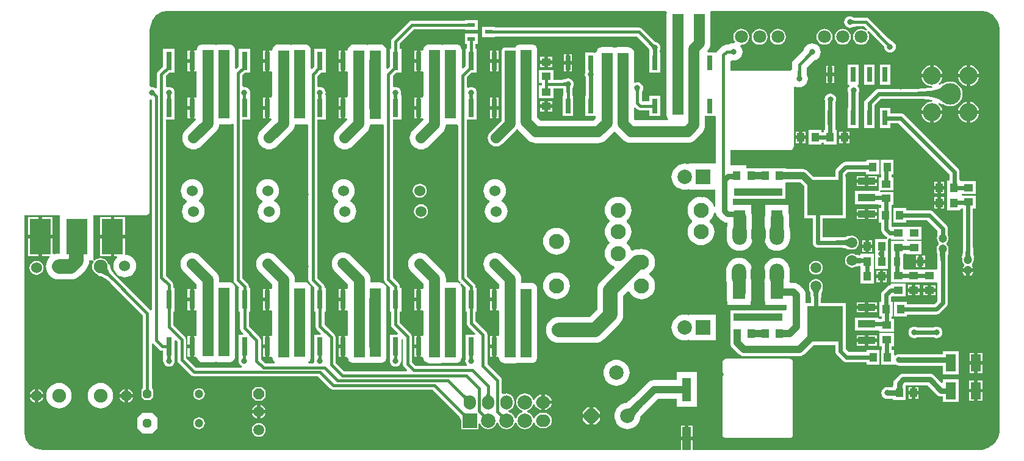
<source format=gtl>
G04*
G04 #@! TF.GenerationSoftware,Altium Limited,Altium Designer,21.2.1 (34)*
G04*
G04 Layer_Physical_Order=1*
G04 Layer_Color=255*
%FSLAX44Y44*%
%MOMM*%
G71*
G04*
G04 #@! TF.SameCoordinates,E8695898-D4BD-45AE-B535-2771739DBF24*
G04*
G04*
G04 #@! TF.FilePolarity,Positive*
G04*
G01*
G75*
%ADD17C,0.8000*%
%ADD49R,0.7000X2.0000*%
%ADD50R,1.0000X1.2500*%
%ADD51R,1.4000X2.4000*%
%ADD52R,1.2500X1.0000*%
%ADD53R,0.8000X2.5000*%
%ADD54R,1.0000X0.6000*%
%ADD55R,3.0000X5.0000*%
%ADD56R,1.2000X3.2000*%
%ADD57R,0.9100X1.2200*%
%ADD58R,1.6000X1.0000*%
%ADD59R,2.4000X1.0000*%
%ADD60R,5.0000X5.0000*%
%ADD61R,1.0000X1.6000*%
%ADD62C,0.4000*%
%ADD63C,2.0000*%
%ADD64C,0.6000*%
%ADD65C,1.0000*%
%ADD66C,1.5000*%
%ADD67C,1.8000*%
%ADD68R,1.5000X9.5250*%
%ADD69R,1.5000X1.5750*%
%ADD70R,1.5000X9.6250*%
%ADD71R,1.5000X9.5750*%
%ADD72R,1.5000X9.6000*%
%ADD73R,1.5000X9.5000*%
%ADD74R,1.5250X9.5250*%
%ADD75R,1.8000X1.2750*%
%ADD76R,1.8000X1.1500*%
%ADD77R,2.0000X2.0000*%
%ADD78O,2.0000X1.7000*%
%ADD79O,1.7000X2.0000*%
%ADD80C,2.0000*%
%ADD81C,1.2000*%
%ADD82C,1.9000*%
%ADD83C,1.5240*%
%ADD84P,1.2989X8X22.5*%
%ADD85P,1.6236X8X292.5*%
%ADD86C,1.5000*%
%ADD87C,2.1000*%
%ADD88C,5.0000*%
%ADD89C,1.8000*%
%ADD90P,2.1648X8X22.5*%
%ADD91O,2.0000X3.0000*%
%ADD92C,2.5000*%
%ADD93C,3.0000*%
%ADD94C,0.8000*%
G36*
X207250Y614902D02*
X894853Y614902D01*
X896189Y612902D01*
X895956Y612338D01*
X895681Y610250D01*
Y602310D01*
X895675Y602250D01*
Y578500D01*
Y542750D01*
Y482750D01*
X895681Y482690D01*
Y470000D01*
X895956Y467912D01*
X896762Y465965D01*
X897637Y464825D01*
X896993Y463093D01*
X896759Y462825D01*
X852451D01*
X850575Y464701D01*
Y479695D01*
X852575Y480523D01*
X854674Y478424D01*
X856659Y477098D01*
X859000Y476632D01*
X871750D01*
Y468750D01*
X886750D01*
Y496750D01*
X871750D01*
Y488867D01*
X861534D01*
X861368Y489034D01*
Y498408D01*
X861450Y500912D01*
X861586Y502378D01*
X861635Y502679D01*
X862238Y503465D01*
X863044Y505411D01*
X863319Y507500D01*
X863044Y509588D01*
X862238Y511535D01*
X860956Y513206D01*
X859285Y514488D01*
X857338Y515294D01*
X855250Y515569D01*
X853162Y515294D01*
X852575Y515051D01*
X850575Y516387D01*
Y542750D01*
X850569Y542811D01*
Y556250D01*
X850294Y558338D01*
X849488Y560285D01*
X848206Y561956D01*
X846535Y563238D01*
X844588Y564044D01*
X842500Y564319D01*
X827500D01*
X825412Y564044D01*
X824000Y563459D01*
X822588Y564044D01*
X820500Y564319D01*
X805500D01*
X803412Y564044D01*
X801466Y563238D01*
X799794Y561956D01*
X798512Y560285D01*
X797706Y558338D01*
X797497Y556750D01*
X783250D01*
Y529652D01*
X782706Y528338D01*
X782431Y526250D01*
X782706Y524162D01*
X783512Y522215D01*
X783690Y521984D01*
Y496750D01*
X783250D01*
Y468750D01*
X797425D01*
Y465451D01*
X794299Y462325D01*
X720951D01*
X716325Y466951D01*
Y480250D01*
Y545250D01*
X716319Y545310D01*
Y560250D01*
X716044Y562338D01*
X715238Y564285D01*
X713956Y565956D01*
X712284Y567238D01*
X710338Y568044D01*
X708250Y568319D01*
X693250D01*
X691162Y568044D01*
X689215Y567238D01*
X687544Y565956D01*
X686262Y564285D01*
X686177Y564078D01*
X671250D01*
X669689Y563768D01*
X668366Y562884D01*
X667482Y561561D01*
X667172Y560000D01*
Y545409D01*
X667151Y545250D01*
Y480250D01*
Y462428D01*
X651078Y446356D01*
X649235Y443953D01*
X648076Y441156D01*
X647681Y438154D01*
X648076Y435152D01*
X649235Y432354D01*
X651078Y429952D01*
X653481Y428108D01*
X656278Y426950D01*
X659280Y426554D01*
X662282Y426950D01*
X665080Y428108D01*
X667482Y429952D01*
X686952Y449421D01*
X687344Y449933D01*
X689344Y449965D01*
X689737Y449487D01*
X703487Y435737D01*
X705847Y433800D01*
X708540Y432361D01*
X711461Y431474D01*
X714500Y431175D01*
X800750D01*
X803789Y431474D01*
X806710Y432361D01*
X809403Y433800D01*
X811763Y435737D01*
X823297Y447271D01*
X823987Y447237D01*
X834987Y436237D01*
X837347Y434300D01*
X840040Y432861D01*
X842962Y431974D01*
X846000Y431675D01*
X924750D01*
X927788Y431974D01*
X930710Y432861D01*
X933403Y434300D01*
X935763Y436237D01*
X944513Y444987D01*
X946450Y447347D01*
X947889Y450040D01*
X948776Y452962D01*
X949075Y456000D01*
Y468750D01*
X962414D01*
X963000Y468750D01*
X964414Y467336D01*
Y404341D01*
X964030Y402500D01*
X928030D01*
Y402500D01*
X926030Y401672D01*
X924159Y402240D01*
X920630Y402587D01*
X917101Y402240D01*
X913708Y401210D01*
X910581Y399539D01*
X907840Y397290D01*
X905591Y394549D01*
X903920Y391422D01*
X902890Y388029D01*
X902543Y384500D01*
X902890Y380971D01*
X903920Y377578D01*
X905591Y374451D01*
X907840Y371711D01*
X910581Y369461D01*
X913708Y367790D01*
X917101Y366760D01*
X920630Y366413D01*
X924159Y366760D01*
X926030Y367328D01*
X928030Y366500D01*
Y366500D01*
X963396D01*
Y343031D01*
X961396Y342734D01*
X960675Y345114D01*
X958957Y348328D01*
X956645Y351145D01*
X953828Y353457D01*
X950614Y355174D01*
X947127Y356232D01*
X943500Y356590D01*
X939873Y356232D01*
X936386Y355174D01*
X933172Y353457D01*
X930355Y351145D01*
X928044Y348328D01*
X926326Y345114D01*
X925268Y341627D01*
X924911Y338000D01*
X925268Y334373D01*
X926326Y330886D01*
X928044Y327672D01*
X930355Y324855D01*
X931397Y324000D01*
Y322000D01*
X930355Y321145D01*
X928044Y318328D01*
X926326Y315114D01*
X925268Y311627D01*
X924911Y308000D01*
X925268Y304373D01*
X926326Y300886D01*
X928044Y297672D01*
X930355Y294855D01*
X933172Y292543D01*
X936386Y290826D01*
X939873Y289768D01*
X943500Y289410D01*
X947127Y289768D01*
X950614Y290826D01*
X953828Y292543D01*
X956645Y294855D01*
X958957Y297672D01*
X960675Y300886D01*
X961732Y304373D01*
X962090Y308000D01*
X961732Y311627D01*
X960675Y315114D01*
X958957Y318328D01*
X956645Y321145D01*
X955603Y322000D01*
Y324000D01*
X956645Y324855D01*
X958957Y327672D01*
X960675Y330886D01*
X961732Y334373D01*
X961743Y334484D01*
X963756Y334517D01*
X963809Y334117D01*
X965018Y331198D01*
X966942Y328691D01*
X971441Y324192D01*
X973948Y322268D01*
X976867Y321059D01*
X979918Y320657D01*
Y315294D01*
X979230Y313029D01*
X978883Y309500D01*
Y299500D01*
X979230Y295971D01*
X980260Y292578D01*
X981931Y289451D01*
X984181Y286710D01*
X986921Y284461D01*
X990048Y282790D01*
X993441Y281760D01*
X996970Y281413D01*
X1000499Y281760D01*
X1003892Y282790D01*
X1007019Y284461D01*
X1009760Y286710D01*
X1012009Y289451D01*
X1013680Y292578D01*
X1014709Y295971D01*
X1015057Y299500D01*
Y309500D01*
X1014709Y313029D01*
X1014082Y315097D01*
Y328250D01*
X1013754Y331583D01*
X1013000Y334068D01*
Y345750D01*
X987604D01*
Y353750D01*
X996410D01*
X997000Y353672D01*
X1048450D01*
X1049040Y353750D01*
X1060450D01*
Y371750D01*
Y375750D01*
X1061250D01*
Y376922D01*
X1081240D01*
X1086500Y371662D01*
Y326500D01*
X1098440D01*
Y293000D01*
X1098680Y291173D01*
X1099386Y289470D01*
X1100508Y288008D01*
X1101970Y286886D01*
X1103673Y286180D01*
X1105500Y285940D01*
X1131007D01*
X1131093Y285922D01*
X1133774Y285900D01*
X1138353Y285727D01*
X1141893Y285390D01*
X1143165Y285184D01*
X1144152Y284960D01*
X1144769Y284761D01*
X1144949Y284676D01*
X1145175Y284504D01*
X1145647Y284274D01*
X1146083Y283982D01*
X1146356Y283928D01*
X1146605Y283806D01*
X1147129Y283774D01*
X1147644Y283672D01*
X1147916Y283726D01*
X1148194Y283709D01*
X1148690Y283880D01*
X1149205Y283982D01*
X1149436Y284136D01*
X1149511Y284162D01*
X1150520Y283745D01*
X1153000Y283418D01*
X1155480Y283745D01*
X1157791Y284702D01*
X1159775Y286225D01*
X1161298Y288209D01*
X1162255Y290520D01*
X1162582Y293000D01*
X1162255Y295480D01*
X1161298Y297791D01*
X1159775Y299776D01*
X1157791Y301298D01*
X1155480Y302255D01*
X1153000Y302582D01*
X1150520Y302255D01*
X1149511Y301838D01*
X1149436Y301864D01*
X1149205Y302018D01*
X1148690Y302120D01*
X1148194Y302291D01*
X1147916Y302274D01*
X1147644Y302328D01*
X1147129Y302226D01*
X1146605Y302194D01*
X1146356Y302072D01*
X1146083Y302018D01*
X1145647Y301726D01*
X1145175Y301496D01*
X1144949Y301324D01*
X1144769Y301239D01*
X1144152Y301040D01*
X1143164Y300816D01*
X1141956Y300620D01*
X1133722Y300100D01*
X1131093Y300078D01*
X1131007Y300060D01*
X1112560D01*
Y326500D01*
X1144500D01*
Y384500D01*
X1143810D01*
Y387826D01*
X1146925Y390940D01*
X1172750D01*
Y387750D01*
X1190750D01*
Y408250D01*
X1172750D01*
Y405060D01*
X1144000D01*
X1142173Y404820D01*
X1140470Y404114D01*
X1139008Y402993D01*
X1131758Y395742D01*
X1130636Y394280D01*
X1129930Y392577D01*
X1129690Y390750D01*
Y384500D01*
X1099338D01*
X1091419Y392419D01*
X1089539Y393861D01*
X1087349Y394768D01*
X1085000Y395078D01*
X1061250D01*
Y396250D01*
X1006250D01*
Y400250D01*
X984586D01*
Y421402D01*
X1067000D01*
X1068951Y421790D01*
X1070605Y422895D01*
X1071710Y424549D01*
X1072098Y426500D01*
Y509005D01*
X1074098Y509852D01*
X1076617Y508809D01*
X1079750Y508396D01*
X1082883Y508809D01*
X1085802Y510018D01*
X1088308Y511941D01*
X1090232Y514448D01*
X1091441Y517367D01*
X1091853Y520500D01*
X1091441Y523633D01*
X1090232Y526552D01*
X1090081Y526748D01*
X1089836Y530583D01*
Y535572D01*
X1097686Y543422D01*
X1099866Y545463D01*
X1100217Y545754D01*
X1100633Y545809D01*
X1103552Y547018D01*
X1106059Y548941D01*
X1107982Y551448D01*
X1109191Y554367D01*
X1109604Y557500D01*
X1109191Y560633D01*
X1107982Y563552D01*
X1106059Y566059D01*
X1103552Y567982D01*
X1100633Y569191D01*
X1097500Y569604D01*
X1094367Y569191D01*
X1091448Y567982D01*
X1088941Y566059D01*
X1087018Y563552D01*
X1085809Y560633D01*
X1085777Y560387D01*
X1083238Y557502D01*
X1072618Y546882D01*
X1071015Y544793D01*
X1070007Y542361D01*
X1069664Y539750D01*
Y532956D01*
X1067664Y531466D01*
X1067000Y531598D01*
X984586D01*
Y544915D01*
X986586Y546214D01*
X989000Y545896D01*
X992133Y546309D01*
X995052Y547518D01*
X997559Y549441D01*
X999482Y551948D01*
X1000691Y554867D01*
X1001104Y558000D01*
X1000691Y561133D01*
X999482Y564052D01*
X998133Y565810D01*
X999215Y567685D01*
X999440Y567655D01*
X1002312Y568033D01*
X1004987Y569142D01*
X1007285Y570905D01*
X1009048Y573203D01*
X1010157Y575878D01*
X1010535Y578750D01*
X1010157Y581622D01*
X1009048Y584297D01*
X1007285Y586595D01*
X1004987Y588358D01*
X1002312Y589467D01*
X999440Y589845D01*
X996568Y589467D01*
X993893Y588358D01*
X991595Y586595D01*
X989831Y584297D01*
X988723Y581622D01*
X988345Y578750D01*
X988723Y575878D01*
X989831Y573203D01*
X990848Y571878D01*
X989766Y570003D01*
X989000Y570104D01*
X985867Y569691D01*
X982948Y568482D01*
X982173Y567887D01*
X979736Y567836D01*
X979000D01*
X978860Y567818D01*
X978830Y567817D01*
X978677Y567794D01*
X976389Y567493D01*
X973957Y566485D01*
X971868Y564882D01*
X967368Y560382D01*
X965765Y558293D01*
X965000Y556446D01*
X963000Y556750D01*
Y556750D01*
X952983D01*
X952874Y557012D01*
X952479Y558750D01*
X954200Y560847D01*
X955639Y563540D01*
X956526Y566461D01*
X956825Y569500D01*
Y578500D01*
Y602250D01*
X956819Y602311D01*
Y610250D01*
X956544Y612338D01*
X956311Y612902D01*
X957647Y614902D01*
X1329250Y614902D01*
X1329464Y614945D01*
X1333742Y614608D01*
X1338122Y613556D01*
X1342285Y611832D01*
X1346126Y609478D01*
X1349552Y606552D01*
X1352478Y603126D01*
X1354832Y599285D01*
X1356556Y595122D01*
X1357608Y590742D01*
X1357945Y586464D01*
X1357902Y586250D01*
X1357902Y33750D01*
X1357945Y33536D01*
X1357608Y29258D01*
X1356556Y24878D01*
X1354832Y20715D01*
X1352478Y16874D01*
X1349552Y13448D01*
X1346126Y10522D01*
X1342285Y8168D01*
X1338122Y6444D01*
X1333742Y5392D01*
X1331211Y5193D01*
X1329250Y5098D01*
X1327250Y5098D01*
X931750Y5098D01*
Y18490D01*
X915750D01*
Y5098D01*
X33750Y5098D01*
X33535Y5055D01*
X29258Y5392D01*
X24878Y6444D01*
X20715Y8168D01*
X16874Y10522D01*
X13448Y13448D01*
X10522Y16874D01*
X8168Y20715D01*
X6444Y24878D01*
X5392Y29258D01*
X5055Y33536D01*
X5098Y33750D01*
X5098Y331152D01*
X54250D01*
Y277837D01*
X52750D01*
X49221Y277489D01*
X46113Y276547D01*
X44413Y277309D01*
X44113Y277488D01*
Y298750D01*
X29613D01*
Y274250D01*
X39241D01*
X39723Y272250D01*
X37711Y269799D01*
X36040Y266672D01*
X35010Y263279D01*
X34663Y259750D01*
X35010Y256221D01*
X36040Y252828D01*
X37711Y249701D01*
X39960Y246961D01*
X42701Y244711D01*
X45828Y243040D01*
X49221Y242010D01*
X52750Y241663D01*
X68750D01*
X70514Y241837D01*
X72279Y242010D01*
X75672Y243040D01*
X78799Y244711D01*
X81539Y246961D01*
X89290Y254711D01*
X91539Y257451D01*
X93210Y260578D01*
X94240Y263971D01*
X94587Y267500D01*
Y268250D01*
X99756D01*
X100972Y266549D01*
X100205Y265550D01*
X99046Y262752D01*
X98651Y259750D01*
X99046Y256748D01*
X100205Y253950D01*
X102048Y251548D01*
X104450Y249705D01*
X106548Y248836D01*
X106577Y248690D01*
X106931Y248160D01*
X107243Y247603D01*
X107371Y247502D01*
X107461Y247367D01*
X107991Y247012D01*
X108492Y246618D01*
X108649Y246573D01*
X108784Y246483D01*
X109410Y246358D01*
X110023Y246185D01*
X111066Y246102D01*
X111978Y245886D01*
X113125Y245457D01*
X114480Y244789D01*
X116019Y243870D01*
X117648Y242747D01*
X123755Y237586D01*
X124001Y237348D01*
X169132Y192216D01*
Y91624D01*
X169111Y91312D01*
X169081Y91084D01*
X168827Y90860D01*
X168388Y90567D01*
X168235Y90339D01*
X168030Y90158D01*
X167797Y89683D01*
X167503Y89243D01*
X167450Y88975D01*
X167330Y88729D01*
X167296Y88201D01*
X167193Y87683D01*
X167246Y87414D01*
X167229Y87141D01*
X167334Y86834D01*
X167250Y86750D01*
Y78750D01*
X171250Y74750D01*
X179250D01*
X183250Y78750D01*
Y86750D01*
X183165Y86834D01*
X183270Y87141D01*
X183253Y87414D01*
X183307Y87683D01*
X183203Y88202D01*
X183170Y88729D01*
X183050Y88975D01*
X182996Y89243D01*
X182702Y89683D01*
X182470Y90158D01*
X182264Y90339D01*
X182112Y90567D01*
X181672Y90860D01*
X181436Y91069D01*
X181367Y91764D01*
Y152403D01*
X183367Y153010D01*
X183424Y152924D01*
X191924Y144424D01*
X193909Y143098D01*
X196250Y142633D01*
X197250D01*
Y132250D01*
X197250Y132250D01*
X197346Y130250D01*
X197181Y129000D01*
X197456Y126912D01*
X198262Y124965D01*
X199544Y123294D01*
X201215Y122012D01*
X203162Y121206D01*
X205250Y120931D01*
X207338Y121206D01*
X209284Y122012D01*
X210956Y123294D01*
X212238Y124965D01*
X213044Y126912D01*
X213319Y129000D01*
X213154Y130250D01*
X213250Y132250D01*
X213250Y132250D01*
X213250Y132250D01*
Y156735D01*
X215098Y157501D01*
X216882Y155716D01*
Y130250D01*
X217348Y127909D01*
X218674Y125924D01*
X235424Y109174D01*
X237409Y107848D01*
X239750Y107382D01*
X412216D01*
X428924Y90674D01*
X430909Y89348D01*
X433250Y88882D01*
X571316D01*
X607847Y52352D01*
X608441Y51713D01*
X608833Y51224D01*
X608937Y51076D01*
X608926Y50781D01*
X608833Y50313D01*
X608896Y49993D01*
X608884Y49668D01*
X609050Y49220D01*
X609143Y48752D01*
X609324Y48481D01*
X609437Y48176D01*
X609762Y47826D01*
X610027Y47429D01*
X610298Y47248D01*
X610520Y47009D01*
X610850Y46857D01*
Y34000D01*
X634850D01*
Y41767D01*
X636850Y42165D01*
X637768Y39948D01*
X639692Y37441D01*
X642198Y35518D01*
X645117Y34309D01*
X648250Y33897D01*
X651383Y34309D01*
X654302Y35518D01*
X656808Y37441D01*
X658732Y39948D01*
X659941Y42867D01*
X659941Y42869D01*
X661959D01*
X661959Y42867D01*
X663168Y39948D01*
X665091Y37441D01*
X667598Y35518D01*
X670517Y34309D01*
X673650Y33897D01*
X676783Y34309D01*
X679702Y35518D01*
X682208Y37441D01*
X684132Y39948D01*
X685341Y42867D01*
X685341Y42869D01*
X687359D01*
X687359Y42867D01*
X688568Y39948D01*
X690491Y37441D01*
X692998Y35518D01*
X695917Y34309D01*
X699050Y33897D01*
X702183Y34309D01*
X705102Y35518D01*
X707608Y37441D01*
X709532Y39948D01*
X710741Y42867D01*
X712615Y43164D01*
X712788Y43095D01*
X713778Y40705D01*
X715461Y38511D01*
X717655Y36828D01*
X720209Y35770D01*
X722950Y35409D01*
X725950D01*
X728691Y35770D01*
X731245Y36828D01*
X733439Y38511D01*
X735122Y40705D01*
X736180Y43259D01*
X736541Y46000D01*
X736180Y48741D01*
X735122Y51295D01*
X733439Y53489D01*
X731245Y55172D01*
X728691Y56230D01*
X725950Y56591D01*
X722950D01*
X720209Y56230D01*
X717655Y55172D01*
X715461Y53489D01*
X713778Y51295D01*
X712788Y48905D01*
X712615Y48836D01*
X710741Y49133D01*
X709532Y52052D01*
X707608Y54559D01*
X705102Y56482D01*
X702183Y57691D01*
X702181Y57691D01*
Y59709D01*
X702183Y59709D01*
X705102Y60918D01*
X707608Y62842D01*
X709532Y65348D01*
X710741Y68267D01*
X712615Y68564D01*
X712788Y68495D01*
X713778Y66105D01*
X715461Y63911D01*
X717655Y62228D01*
X720209Y61170D01*
X721950Y60941D01*
Y71400D01*
Y81859D01*
X720209Y81630D01*
X717655Y80572D01*
X715461Y78889D01*
X713778Y76695D01*
X712788Y74305D01*
X712615Y74236D01*
X710741Y74533D01*
X709532Y77452D01*
X707608Y79959D01*
X705102Y81882D01*
X702183Y83091D01*
X699050Y83504D01*
X695917Y83091D01*
X692998Y81882D01*
X690491Y79959D01*
X688568Y77452D01*
X687359Y74533D01*
X686946Y71400D01*
X687359Y68267D01*
X688568Y65348D01*
X690491Y62842D01*
X692998Y60918D01*
X695917Y59709D01*
X695919Y59709D01*
Y57691D01*
X695917Y57691D01*
X692998Y56482D01*
X690491Y54559D01*
X688568Y52052D01*
X687359Y49133D01*
X687359Y49131D01*
X685341D01*
X685341Y49133D01*
X684132Y52052D01*
X682208Y54559D01*
X679702Y56482D01*
X676783Y57691D01*
X676486Y59565D01*
X676555Y59738D01*
X678945Y60728D01*
X681139Y62411D01*
X682822Y64605D01*
X683880Y67159D01*
X684241Y69900D01*
Y72900D01*
X683880Y75641D01*
X682822Y78195D01*
X681139Y80389D01*
X678945Y82072D01*
X676391Y83130D01*
X673650Y83491D01*
X670909Y83130D01*
X669268Y82450D01*
X667268Y83598D01*
Y101850D01*
X666802Y104191D01*
X665476Y106176D01*
X647117Y124534D01*
Y165000D01*
X646652Y167341D01*
X645326Y169326D01*
X630617Y184034D01*
Y197250D01*
X632500D01*
Y230250D01*
X630617D01*
Y231750D01*
X630152Y234091D01*
X628826Y236076D01*
X618867Y246034D01*
Y463750D01*
X632500D01*
Y496750D01*
X632500D01*
X632227Y498750D01*
X632294Y498912D01*
X632569Y501000D01*
X632294Y503088D01*
X631488Y505034D01*
X630206Y506706D01*
X628535Y507988D01*
X626588Y508794D01*
X624500Y509069D01*
X622412Y508794D01*
X620868Y508154D01*
X618867Y509003D01*
Y522716D01*
X624902Y528750D01*
X632500D01*
Y561750D01*
X630868D01*
Y569000D01*
X633750D01*
Y583000D01*
X615750D01*
Y569000D01*
X618633D01*
Y561750D01*
X616500D01*
Y537651D01*
X613417Y534568D01*
X611569Y535334D01*
Y560250D01*
X611294Y562338D01*
X610488Y564285D01*
X609206Y565956D01*
X607534Y567238D01*
X605588Y568044D01*
X603500Y568319D01*
X588500D01*
X586412Y568044D01*
X585000Y567459D01*
X583588Y568044D01*
X581500Y568319D01*
X566500D01*
X564412Y568044D01*
X562466Y567238D01*
X560794Y565956D01*
X559512Y564285D01*
X558706Y562338D01*
X558580Y561380D01*
X557876Y560094D01*
X556652Y559750D01*
X554187D01*
Y545250D01*
Y530750D01*
X557687D01*
X558362Y529030D01*
Y496470D01*
X557687Y494750D01*
X556362Y494750D01*
X554187D01*
Y480250D01*
Y465750D01*
X557687D01*
X558362Y464030D01*
Y463512D01*
X544883Y450033D01*
X543932Y449252D01*
X541980Y446874D01*
X540530Y444160D01*
X539636Y441216D01*
X539335Y438154D01*
X539636Y435092D01*
X540530Y432147D01*
X541980Y429434D01*
X543932Y427055D01*
X546310Y425103D01*
X549024Y423653D01*
X551968Y422760D01*
X555030Y422458D01*
X558092Y422760D01*
X561037Y423653D01*
X563750Y425103D01*
X566129Y427055D01*
X566909Y428006D01*
X584951Y446048D01*
X586888Y448408D01*
X588327Y451100D01*
X589213Y454022D01*
X589500Y456931D01*
X603500D01*
X604632Y457080D01*
X606632Y455675D01*
Y243500D01*
X607098Y241159D01*
X608424Y239174D01*
X609920Y237678D01*
X608599Y236172D01*
X608266Y236427D01*
X607534Y236988D01*
X605588Y237794D01*
X603500Y238069D01*
X589512D01*
Y242543D01*
X589213Y245582D01*
X588327Y248504D01*
X586888Y251196D01*
X584951Y253556D01*
X564965Y273542D01*
X564184Y274494D01*
X561806Y276446D01*
X559092Y277896D01*
X556148Y278789D01*
X553086Y279091D01*
X550024Y278789D01*
X547079Y277896D01*
X544366Y276446D01*
X541987Y274494D01*
X540035Y272115D01*
X538585Y269401D01*
X537692Y266457D01*
X537390Y263395D01*
X537692Y260333D01*
X538585Y257389D01*
X540035Y254675D01*
X541987Y252297D01*
X542938Y251516D01*
X558362Y236092D01*
Y229970D01*
X557687Y228250D01*
X556362Y228250D01*
X554187D01*
Y213750D01*
Y199250D01*
X557687D01*
X558362Y197530D01*
Y164970D01*
X557687Y163250D01*
X556362Y163250D01*
X554187D01*
Y148750D01*
Y134250D01*
X556719D01*
X557976Y133699D01*
X558549Y132607D01*
X558706Y131412D01*
X559512Y129466D01*
X560794Y127794D01*
X562465Y126512D01*
X564412Y125706D01*
X566500Y125431D01*
X581500D01*
X583588Y125706D01*
X585302Y126416D01*
X586412Y125956D01*
X588500Y125681D01*
X603500D01*
X605588Y125956D01*
X607534Y126762D01*
X609206Y128044D01*
X610488Y129715D01*
X611294Y131662D01*
X611569Y133750D01*
Y230000D01*
X611294Y232088D01*
X610488Y234035D01*
X609927Y234766D01*
X609672Y235099D01*
X611178Y236420D01*
X615674Y231924D01*
X616500Y230250D01*
X616500D01*
X616500Y230250D01*
Y197250D01*
X618382D01*
Y181500D01*
X618848Y179159D01*
X620174Y177174D01*
X630251Y167098D01*
X629485Y165250D01*
X616500D01*
Y132250D01*
X616500Y132250D01*
X616595Y130250D01*
X616431Y129000D01*
X616706Y126912D01*
X617512Y124965D01*
X618546Y123617D01*
X618221Y122421D01*
X617694Y121617D01*
X547784D01*
X542368Y127034D01*
Y162500D01*
X541902Y164841D01*
X540576Y166826D01*
X525805Y181597D01*
Y197250D01*
X527687D01*
Y230250D01*
X525805D01*
Y232063D01*
X525339Y234404D01*
X524013Y236388D01*
X515868Y244534D01*
Y463750D01*
X527687D01*
Y496750D01*
X527687D01*
X527227Y498750D01*
X527294Y498912D01*
X527569Y501000D01*
X527294Y503088D01*
X526488Y505034D01*
X525206Y506706D01*
X523535Y507988D01*
X521588Y508794D01*
X519500Y509069D01*
X517868Y508854D01*
X515868Y510036D01*
Y524216D01*
X520401Y528750D01*
X527687D01*
Y561750D01*
X525805D01*
Y569654D01*
X545034Y588882D01*
X615750D01*
Y588000D01*
X633750D01*
Y602000D01*
X615750D01*
Y601118D01*
X542500D01*
X540159Y600652D01*
X538174Y599326D01*
X515362Y576513D01*
X514035Y574529D01*
X513570Y572187D01*
Y561750D01*
X511687D01*
Y537339D01*
X508667Y534318D01*
X506819Y535084D01*
Y560000D01*
X506544Y562088D01*
X505738Y564035D01*
X504456Y565706D01*
X502785Y566988D01*
X500838Y567794D01*
X498750Y568069D01*
X483750D01*
X481662Y567794D01*
X480250Y567209D01*
X478838Y567794D01*
X476750Y568069D01*
X461500D01*
X459412Y567794D01*
X457466Y566988D01*
X455794Y565706D01*
X454512Y564035D01*
X453706Y562088D01*
X453621Y561441D01*
X452957Y559936D01*
X451585Y559750D01*
X449375D01*
Y545250D01*
Y530750D01*
X452875D01*
X453431Y528980D01*
Y496520D01*
X452875Y494750D01*
X451431Y494750D01*
X449375D01*
Y480250D01*
Y465750D01*
X451786D01*
X452227Y465482D01*
X452702Y463519D01*
X439216Y450033D01*
X438264Y449252D01*
X436312Y446874D01*
X434862Y444160D01*
X433969Y441216D01*
X433667Y438154D01*
X433969Y435092D01*
X434862Y432147D01*
X436312Y429434D01*
X438264Y427055D01*
X440643Y425103D01*
X443356Y423653D01*
X446301Y422760D01*
X449363Y422458D01*
X452425Y422760D01*
X455369Y423653D01*
X458083Y425103D01*
X460461Y427055D01*
X461242Y428006D01*
X480138Y446903D01*
X482075Y449263D01*
X483514Y451955D01*
X484401Y454877D01*
X484578Y456681D01*
X498750D01*
X500838Y456956D01*
X501632Y457285D01*
X503633Y455997D01*
Y242000D01*
X504098Y239659D01*
X505424Y237674D01*
X512028Y231071D01*
X511687Y230250D01*
X511687D01*
Y197250D01*
X513570D01*
Y179063D01*
X514035Y176721D01*
X515362Y174737D01*
X523001Y167098D01*
X522235Y165250D01*
X511687D01*
Y132250D01*
X511687Y132250D01*
X511846Y130250D01*
X511681Y129000D01*
X511956Y126912D01*
X512762Y124965D01*
X514044Y123294D01*
X515715Y122012D01*
X517662Y121206D01*
X519750Y120931D01*
X521838Y121206D01*
X523784Y122012D01*
X525456Y123294D01*
X526738Y124965D01*
X527544Y126912D01*
X527819Y129000D01*
X527654Y130250D01*
X527687Y132250D01*
X527687Y132250D01*
X527687Y132250D01*
Y157880D01*
X529687Y158945D01*
X530132Y158646D01*
Y124500D01*
X530598Y122159D01*
X531924Y120174D01*
X535883Y116215D01*
X535118Y114368D01*
X448284D01*
X436618Y126034D01*
Y161250D01*
X436152Y163591D01*
X434826Y165576D01*
X420993Y179409D01*
Y197250D01*
X422875D01*
Y230250D01*
X420993D01*
Y231625D01*
X420527Y233966D01*
X419201Y235951D01*
X411118Y244034D01*
Y463750D01*
X422875D01*
Y496750D01*
X422875D01*
X422477Y498750D01*
X422544Y498912D01*
X422819Y501000D01*
X422544Y503088D01*
X421738Y505034D01*
X420456Y506706D01*
X418784Y507988D01*
X416838Y508794D01*
X414750Y509069D01*
X413118Y508854D01*
X411118Y510036D01*
Y523966D01*
X415901Y528750D01*
X422875D01*
Y561750D01*
X406875D01*
Y537026D01*
X403735Y533887D01*
X401887Y534652D01*
Y545250D01*
X401819Y545944D01*
Y560250D01*
X401544Y562338D01*
X400738Y564285D01*
X399456Y565956D01*
X397785Y567238D01*
X395838Y568044D01*
X393750Y568319D01*
X378750D01*
X376662Y568044D01*
X374948Y567334D01*
X373838Y567794D01*
X371750Y568069D01*
X356750D01*
X354662Y567794D01*
X352715Y566988D01*
X351044Y565706D01*
X349762Y564035D01*
X348956Y562088D01*
X348867Y561417D01*
X348148Y559928D01*
X346835Y559750D01*
X344562D01*
Y545250D01*
Y530750D01*
X348062D01*
X348737Y529030D01*
Y496470D01*
X348062Y494750D01*
X346737Y494750D01*
X344562D01*
Y480250D01*
Y465750D01*
X346936D01*
X347765Y463750D01*
X334047Y450032D01*
X333096Y449252D01*
X331144Y446873D01*
X329694Y444160D01*
X328801Y441216D01*
X328499Y438153D01*
X328801Y435091D01*
X329694Y432147D01*
X331144Y429433D01*
X333096Y427055D01*
X335475Y425103D01*
X338188Y423653D01*
X341133Y422759D01*
X344195Y422458D01*
X347257Y422759D01*
X350201Y423653D01*
X352915Y425103D01*
X355293Y427055D01*
X356074Y428006D01*
X375326Y447258D01*
X377263Y449618D01*
X378702Y452311D01*
X379588Y455233D01*
X379756Y456931D01*
X393750D01*
X395838Y457206D01*
X396882Y457638D01*
X398882Y456497D01*
Y241500D01*
X399348Y239159D01*
X400674Y237174D01*
X405975Y231873D01*
X406875Y230250D01*
X406875D01*
X406875Y230250D01*
Y197250D01*
X408757D01*
Y176875D01*
X409223Y174534D01*
X410549Y172549D01*
X416001Y167098D01*
X415235Y165250D01*
X406875D01*
Y132250D01*
X406875Y132250D01*
X406847Y130262D01*
X406681Y129000D01*
X406896Y127367D01*
X405714Y125367D01*
X399253D01*
X398574Y127367D01*
X399456Y128044D01*
X400738Y129715D01*
X401544Y131662D01*
X401819Y133750D01*
Y148055D01*
X401887Y148750D01*
Y213750D01*
X401819Y214445D01*
Y229750D01*
X401544Y231838D01*
X400738Y233785D01*
X399456Y235456D01*
X397785Y236738D01*
X395838Y237544D01*
X393750Y237819D01*
X380075D01*
Y241145D01*
X379776Y244183D01*
X378889Y247105D01*
X377450Y249798D01*
X375513Y252158D01*
X354129Y273542D01*
X353348Y274493D01*
X350970Y276445D01*
X348256Y277896D01*
X345312Y278789D01*
X342250Y279090D01*
X339188Y278789D01*
X336243Y277896D01*
X333530Y276445D01*
X331151Y274493D01*
X329199Y272115D01*
X327749Y269401D01*
X326856Y266457D01*
X326554Y263395D01*
X326856Y260333D01*
X327749Y257388D01*
X329199Y254675D01*
X331151Y252296D01*
X332102Y251516D01*
X348925Y234693D01*
Y229893D01*
X348062Y228250D01*
X346925Y228250D01*
X344562D01*
Y213750D01*
Y199250D01*
X346925D01*
X348062Y199250D01*
X348925Y197607D01*
Y164893D01*
X348062Y163250D01*
X346925Y163250D01*
X344562D01*
Y148750D01*
Y134250D01*
X347152D01*
X348262Y133938D01*
X349073Y132669D01*
X349206Y131662D01*
X350012Y129715D01*
X351294Y128044D01*
X352176Y127367D01*
X351497Y125367D01*
X339034D01*
X332868Y131534D01*
Y157500D01*
X332402Y159841D01*
X331076Y161826D01*
X316180Y176721D01*
Y197250D01*
X318062D01*
Y230250D01*
X316180D01*
Y232188D01*
X315714Y234529D01*
X314388Y236513D01*
X307367Y243534D01*
Y463750D01*
X318062D01*
Y496750D01*
X318062D01*
X317727Y498750D01*
X317794Y498912D01*
X318069Y501000D01*
X317794Y503088D01*
X316988Y505034D01*
X315706Y506706D01*
X314035Y507988D01*
X312088Y508794D01*
X310000Y509069D01*
X309368Y508986D01*
X307367Y510614D01*
Y525466D01*
X310651Y528750D01*
X318062D01*
Y561750D01*
X302062D01*
Y537464D01*
X298923Y534324D01*
X297075Y535090D01*
Y545250D01*
X297069Y545310D01*
Y560250D01*
X296794Y562338D01*
X295988Y564285D01*
X294706Y565956D01*
X293034Y567238D01*
X291088Y568044D01*
X289000Y568319D01*
X274000D01*
X271912Y568044D01*
X270500Y567459D01*
X269088Y568044D01*
X267000Y568319D01*
X252000D01*
X249912Y568044D01*
X247966Y567238D01*
X246294Y565956D01*
X245012Y564285D01*
X244206Y562338D01*
X244083Y561405D01*
X243431Y560109D01*
X242152Y559750D01*
X239750D01*
Y545250D01*
Y530750D01*
X243250D01*
X243925Y529030D01*
Y496470D01*
X243250Y494750D01*
X241925Y494750D01*
X239750D01*
Y480250D01*
Y465750D01*
X242186D01*
X243015Y463750D01*
X229297Y450032D01*
X228346Y449252D01*
X226394Y446873D01*
X224944Y444160D01*
X224051Y441216D01*
X223749Y438153D01*
X224051Y435091D01*
X224944Y432147D01*
X226394Y429433D01*
X228346Y427055D01*
X230725Y425103D01*
X233438Y423653D01*
X236383Y422759D01*
X239445Y422458D01*
X242507Y422759D01*
X245451Y423653D01*
X248165Y425103D01*
X250543Y427055D01*
X251324Y428006D01*
X270513Y447196D01*
X272450Y449556D01*
X273889Y452248D01*
X274776Y455170D01*
X274949Y456931D01*
X289000D01*
X291088Y457206D01*
X293034Y458012D01*
X293132Y458087D01*
X295133Y457101D01*
Y241000D01*
X295598Y238659D01*
X296924Y236674D01*
X302439Y231159D01*
X302062Y230250D01*
X302062D01*
Y197250D01*
X303945D01*
Y174188D01*
X304411Y171847D01*
X305737Y169862D01*
X308501Y167098D01*
X307735Y165250D01*
X302062D01*
Y132250D01*
X302062Y132250D01*
X302096Y130250D01*
X301931Y129000D01*
X302206Y126912D01*
X303012Y124965D01*
X304294Y123294D01*
X305965Y122012D01*
X306918Y121617D01*
X306520Y119618D01*
X242284D01*
X229118Y132784D01*
Y158250D01*
X228652Y160591D01*
X227326Y162576D01*
X211367Y178534D01*
Y197250D01*
X213250D01*
Y230250D01*
X211367D01*
Y234500D01*
X210902Y236841D01*
X209576Y238826D01*
X200868Y247534D01*
Y463750D01*
X213250D01*
Y496750D01*
X213250D01*
X212977Y498750D01*
X213044Y498912D01*
X213319Y501000D01*
X213044Y503088D01*
X212238Y505034D01*
X210956Y506706D01*
X209284Y507988D01*
X207338Y508794D01*
X205250Y509069D01*
X203162Y508794D01*
X202868Y508672D01*
X200868Y510009D01*
Y523966D01*
X205651Y528750D01*
X213250D01*
Y561750D01*
X197250D01*
Y537651D01*
X190424Y530826D01*
X189098Y528841D01*
X188633Y526500D01*
Y508016D01*
X188470Y507866D01*
X186632Y507145D01*
X185534Y507988D01*
X183588Y508794D01*
X181500Y509069D01*
X180598Y508950D01*
X178598Y510458D01*
Y584250D01*
X178598Y584253D01*
X178598Y586250D01*
X178693Y588211D01*
X178892Y590742D01*
X179944Y595122D01*
X181668Y599285D01*
X184022Y603126D01*
X186948Y606552D01*
X190374Y609478D01*
X194215Y611832D01*
X198378Y613556D01*
X202759Y614608D01*
X207035Y614945D01*
X207250Y614902D01*
D02*
G37*
G36*
X985735Y555689D02*
X985660Y555700D01*
X985452Y555711D01*
X979000Y555750D01*
Y559750D01*
X985472Y559886D01*
X985735Y555689D01*
D02*
G37*
G36*
X1097460Y553500D02*
X1097192Y553447D01*
X1096835Y553283D01*
X1096391Y553008D01*
X1095858Y552622D01*
X1094528Y551518D01*
X1091870Y549030D01*
X1090808Y547980D01*
X1087979Y550808D01*
X1089030Y551870D01*
X1093008Y556391D01*
X1093283Y556836D01*
X1093447Y557192D01*
X1093500Y557460D01*
X1097460Y553500D01*
D02*
G37*
G36*
X1081758Y530470D02*
X1082142Y524461D01*
X1082262Y523952D01*
X1082398Y523584D01*
X1082550Y523357D01*
X1076950D01*
X1077102Y523584D01*
X1077238Y523952D01*
X1077358Y524461D01*
X1077462Y525110D01*
X1077622Y526832D01*
X1077742Y530470D01*
X1077750Y531964D01*
X1081750D01*
X1081758Y530470D01*
D02*
G37*
G36*
X857898Y504416D02*
X857762Y504048D01*
X857642Y503539D01*
X857538Y502890D01*
X857378Y501168D01*
X857258Y497530D01*
X857250Y496036D01*
X853250D01*
X853242Y497530D01*
X852858Y503539D01*
X852738Y504048D01*
X852602Y504416D01*
X852450Y504643D01*
X858050D01*
X857898Y504416D01*
D02*
G37*
G36*
X627300Y498143D02*
X627148Y497916D01*
X627012Y497548D01*
X626892Y497039D01*
X626788Y496390D01*
X626628Y494668D01*
X626508Y491030D01*
X626500Y489536D01*
X622500Y489536D01*
X622492Y491030D01*
X622108Y497039D01*
X621988Y497548D01*
X621852Y497916D01*
X621700Y498143D01*
X627300Y498143D01*
D02*
G37*
G36*
X522300D02*
X522148Y497916D01*
X522012Y497548D01*
X521892Y497039D01*
X521788Y496390D01*
X521628Y494668D01*
X521508Y491030D01*
X521500Y489536D01*
X517500Y489536D01*
X517492Y491030D01*
X517108Y497039D01*
X516988Y497548D01*
X516852Y497916D01*
X516700Y498143D01*
X522300Y498143D01*
D02*
G37*
G36*
X417550D02*
X417398Y497916D01*
X417262Y497548D01*
X417142Y497039D01*
X417038Y496390D01*
X416878Y494668D01*
X416758Y491030D01*
X416750Y489536D01*
X412750Y489536D01*
X412742Y491030D01*
X412358Y497039D01*
X412238Y497548D01*
X412102Y497916D01*
X411950Y498143D01*
X417550Y498143D01*
D02*
G37*
G36*
X312800D02*
X312648Y497916D01*
X312512Y497548D01*
X312392Y497039D01*
X312288Y496390D01*
X312128Y494668D01*
X312008Y491030D01*
X312000Y489536D01*
X308000Y489536D01*
X307992Y491030D01*
X307608Y497039D01*
X307488Y497548D01*
X307352Y497916D01*
X307200Y498143D01*
X312800Y498143D01*
D02*
G37*
G36*
X208050D02*
X207898Y497916D01*
X207762Y497548D01*
X207642Y497039D01*
X207538Y496390D01*
X207378Y494668D01*
X207258Y491030D01*
X207250Y489536D01*
X203250Y489536D01*
X203242Y491030D01*
X202858Y497039D01*
X202738Y497548D01*
X202602Y497916D01*
X202450Y498143D01*
X208050Y498143D01*
D02*
G37*
G36*
X1147644Y287750D02*
X1147082Y288178D01*
X1146277Y288560D01*
X1145231Y288897D01*
X1143942Y289190D01*
X1142412Y289438D01*
X1138624Y289797D01*
X1133867Y289977D01*
X1131126Y290000D01*
Y296000D01*
X1133867Y296022D01*
X1142412Y296562D01*
X1143942Y296810D01*
X1145231Y297103D01*
X1146277Y297440D01*
X1147082Y297822D01*
X1147644Y298250D01*
Y287750D01*
D02*
G37*
G36*
X119857Y258298D02*
X120205Y256832D01*
X120795Y255256D01*
X121625Y253571D01*
X122696Y251776D01*
X124008Y249872D01*
X125561Y247859D01*
X129390Y243504D01*
X131666Y241162D01*
X128838Y238334D01*
X126496Y240610D01*
X120128Y245992D01*
X118224Y247304D01*
X116429Y248375D01*
X114744Y249205D01*
X113168Y249795D01*
X111702Y250143D01*
X110345Y250250D01*
X119749Y259655D01*
X119857Y258298D01*
D02*
G37*
G36*
X181632Y491325D02*
Y199597D01*
X179632Y198991D01*
X179576Y199076D01*
X132653Y245999D01*
X132386Y246273D01*
X128711Y250453D01*
X127304Y252277D01*
X126130Y253981D01*
X125211Y255520D01*
X124543Y256876D01*
X124114Y258022D01*
X123898Y258934D01*
X123815Y259977D01*
X123642Y260590D01*
X123518Y261216D01*
X123427Y261351D01*
X123383Y261508D01*
X122987Y262009D01*
X122633Y262539D01*
X122498Y262629D01*
X122397Y262757D01*
X121840Y263069D01*
X121310Y263423D01*
X121164Y263452D01*
X120295Y265550D01*
X118452Y267952D01*
X116050Y269795D01*
X113252Y270954D01*
X110250Y271349D01*
X107248Y270954D01*
X104450Y269795D01*
X102163Y268040D01*
X101606Y268184D01*
X100250Y268894D01*
Y331152D01*
X173500D01*
X175451Y331540D01*
X177105Y332645D01*
X178210Y334299D01*
X178598Y336250D01*
Y490695D01*
X180442Y491918D01*
X181632Y491325D01*
D02*
G37*
G36*
X626508Y138970D02*
X626892Y132961D01*
X627012Y132452D01*
X627148Y132084D01*
X627300Y131857D01*
X621700Y131857D01*
X621852Y132084D01*
X621988Y132452D01*
X622108Y132961D01*
X622212Y133610D01*
X622372Y135332D01*
X622492Y138970D01*
X622500Y140464D01*
X626500Y140464D01*
X626508Y138970D01*
D02*
G37*
G36*
X521758D02*
X522142Y132961D01*
X522262Y132452D01*
X522398Y132084D01*
X522550Y131857D01*
X516950Y131857D01*
X517102Y132084D01*
X517238Y132452D01*
X517358Y132961D01*
X517462Y133610D01*
X517622Y135332D01*
X517742Y138970D01*
X517750Y140464D01*
X521750Y140464D01*
X521758Y138970D01*
D02*
G37*
G36*
X416758D02*
X417142Y132961D01*
X417262Y132452D01*
X417398Y132084D01*
X417550Y131857D01*
X411950Y131857D01*
X412102Y132084D01*
X412238Y132452D01*
X412358Y132961D01*
X412462Y133610D01*
X412622Y135332D01*
X412742Y138970D01*
X412750Y140464D01*
X416750Y140464D01*
X416758Y138970D01*
D02*
G37*
G36*
X312008D02*
X312392Y132961D01*
X312512Y132452D01*
X312648Y132084D01*
X312800Y131857D01*
X307200Y131857D01*
X307352Y132084D01*
X307488Y132452D01*
X307608Y132961D01*
X307712Y133610D01*
X307872Y135332D01*
X307992Y138970D01*
X308000Y140464D01*
X312000Y140464D01*
X312008Y138970D01*
D02*
G37*
G36*
X207258D02*
X207642Y132961D01*
X207762Y132452D01*
X207898Y132084D01*
X208050Y131857D01*
X202450Y131857D01*
X202602Y132084D01*
X202738Y132452D01*
X202858Y132961D01*
X202962Y133610D01*
X203122Y135332D01*
X203242Y138970D01*
X203250Y140464D01*
X207250Y140464D01*
X207258Y138970D01*
D02*
G37*
G36*
X177269Y91763D02*
X177428Y90151D01*
X177566Y89496D01*
X177744Y88942D01*
X177962Y88489D01*
X178219Y88136D01*
X178516Y87884D01*
X178852Y87733D01*
X179228Y87683D01*
X171271D01*
X171647Y87733D01*
X171984Y87884D01*
X172280Y88136D01*
X172537Y88489D01*
X172755Y88942D01*
X172933Y89496D01*
X173072Y90151D01*
X173171Y90906D01*
X173230Y91763D01*
X173250Y92719D01*
X177250D01*
X177269Y91763D01*
D02*
G37*
G36*
X650270Y84231D02*
X650429Y82693D01*
X650568Y82069D01*
X650746Y81540D01*
X650965Y81107D01*
X651223Y80771D01*
X651521Y80531D01*
X651858Y80387D01*
X652236Y80339D01*
X644264D01*
X644642Y80387D01*
X644979Y80531D01*
X645277Y80771D01*
X645535Y81107D01*
X645754Y81540D01*
X645932Y82069D01*
X646071Y82693D01*
X646171Y83414D01*
X646230Y84231D01*
X646250Y85144D01*
X650250D01*
X650270Y84231D01*
D02*
G37*
G36*
X615387Y81720D02*
X616564Y80768D01*
X617087Y80442D01*
X617567Y80215D01*
X618004Y80089D01*
X618397Y80062D01*
X618746Y80134D01*
X619052Y80307D01*
X619315Y80579D01*
X614491Y74129D01*
X614685Y74468D01*
X614785Y74844D01*
X614793Y75256D01*
X614709Y75704D01*
X614532Y76190D01*
X614262Y76712D01*
X613899Y77270D01*
X613444Y77866D01*
X612896Y78498D01*
X612256Y79166D01*
X614733Y82345D01*
X615387Y81720D01*
D02*
G37*
G36*
X663626Y58863D02*
X667922Y55032D01*
X668293Y54807D01*
X668566Y54700D01*
X668739Y54711D01*
X664939Y50911D01*
X664950Y51084D01*
X664843Y51357D01*
X664618Y51728D01*
X664275Y52197D01*
X663234Y53432D01*
X660788Y56024D01*
X659736Y57086D01*
X662564Y59914D01*
X663626Y58863D01*
D02*
G37*
G36*
X613703Y58003D02*
X615178Y56752D01*
X615829Y56297D01*
X616424Y55954D01*
X616961Y55725D01*
X617441Y55609D01*
X617863Y55606D01*
X618229Y55716D01*
X618537Y55939D01*
X612911Y50313D01*
X613134Y50621D01*
X613244Y50987D01*
X613241Y51409D01*
X613125Y51889D01*
X612896Y52426D01*
X612553Y53021D01*
X612098Y53672D01*
X611529Y54381D01*
X610052Y55970D01*
X612881Y58798D01*
X613703Y58003D01*
D02*
G37*
%LPC*%
G36*
X1150250Y607319D02*
X1148162Y607044D01*
X1146216Y606238D01*
X1144544Y604956D01*
X1143262Y603284D01*
X1142456Y601338D01*
X1142181Y599250D01*
X1142456Y597162D01*
X1143262Y595215D01*
X1144544Y593544D01*
X1146216Y592262D01*
X1148162Y591456D01*
X1150250Y591181D01*
X1152338Y591456D01*
X1154285Y592262D01*
X1155015Y592823D01*
X1159862Y593133D01*
X1169466D01*
X1173770Y588829D01*
X1172448Y587322D01*
X1171097Y588358D01*
X1168422Y589467D01*
X1165550Y589845D01*
X1162678Y589467D01*
X1160003Y588358D01*
X1157705Y586595D01*
X1155941Y584297D01*
X1154833Y581621D01*
X1154455Y578750D01*
X1154833Y575878D01*
X1155941Y573202D01*
X1157705Y570905D01*
X1160003Y569141D01*
X1162678Y568033D01*
X1165550Y567655D01*
X1168422Y568033D01*
X1171097Y569141D01*
X1173395Y570905D01*
X1175158Y573202D01*
X1176267Y575878D01*
X1176645Y578750D01*
X1176267Y581621D01*
X1175158Y584297D01*
X1174122Y585648D01*
X1175629Y586970D01*
X1194814Y567785D01*
X1196149Y566396D01*
X1197319Y565046D01*
X1197670Y564594D01*
X1197749Y564480D01*
X1197956Y562912D01*
X1198762Y560965D01*
X1200044Y559294D01*
X1201715Y558012D01*
X1203662Y557206D01*
X1205750Y556931D01*
X1207838Y557206D01*
X1209784Y558012D01*
X1211456Y559294D01*
X1212738Y560965D01*
X1213544Y562912D01*
X1213819Y565000D01*
X1213544Y567088D01*
X1212738Y569035D01*
X1211456Y570706D01*
X1209784Y571988D01*
X1207838Y572794D01*
X1207542Y572833D01*
X1203712Y576189D01*
X1176326Y603576D01*
X1174341Y604902D01*
X1172000Y605368D01*
X1159342D01*
X1156838Y605450D01*
X1155372Y605586D01*
X1155071Y605635D01*
X1154285Y606238D01*
X1152338Y607044D01*
X1150250Y607319D01*
D02*
G37*
G36*
X1050240Y589845D02*
X1047368Y589467D01*
X1044693Y588358D01*
X1042395Y586595D01*
X1040631Y584297D01*
X1039523Y581622D01*
X1039145Y578750D01*
X1039523Y575878D01*
X1040631Y573203D01*
X1042395Y570905D01*
X1044693Y569142D01*
X1047368Y568033D01*
X1050240Y567655D01*
X1053112Y568033D01*
X1055787Y569142D01*
X1058085Y570905D01*
X1059848Y573203D01*
X1060957Y575878D01*
X1061335Y578750D01*
X1060957Y581622D01*
X1059848Y584297D01*
X1058085Y586595D01*
X1055787Y588358D01*
X1053112Y589467D01*
X1050240Y589845D01*
D02*
G37*
G36*
X1024840D02*
X1021968Y589467D01*
X1019293Y588358D01*
X1016995Y586595D01*
X1015231Y584297D01*
X1014123Y581622D01*
X1013745Y578750D01*
X1014123Y575878D01*
X1015231Y573203D01*
X1016995Y570905D01*
X1019293Y569142D01*
X1021968Y568033D01*
X1024840Y567655D01*
X1027712Y568033D01*
X1030387Y569142D01*
X1032685Y570905D01*
X1034448Y573203D01*
X1035557Y575878D01*
X1035935Y578750D01*
X1035557Y581622D01*
X1034448Y584297D01*
X1032685Y586595D01*
X1030387Y588358D01*
X1027712Y589467D01*
X1024840Y589845D01*
D02*
G37*
G36*
X1140150Y589845D02*
X1137278Y589467D01*
X1134603Y588358D01*
X1132305Y586595D01*
X1130542Y584297D01*
X1129433Y581621D01*
X1129055Y578750D01*
X1129433Y575878D01*
X1130542Y573202D01*
X1132305Y570905D01*
X1134603Y569141D01*
X1137278Y568033D01*
X1140150Y567655D01*
X1143022Y568033D01*
X1145697Y569141D01*
X1147995Y570905D01*
X1149759Y573202D01*
X1150867Y575878D01*
X1151245Y578750D01*
X1150867Y581621D01*
X1149759Y584297D01*
X1147995Y586595D01*
X1145697Y588358D01*
X1143022Y589467D01*
X1140150Y589845D01*
D02*
G37*
G36*
X1114750D02*
X1111878Y589467D01*
X1109202Y588358D01*
X1106905Y586595D01*
X1105142Y584297D01*
X1104033Y581621D01*
X1103655Y578750D01*
X1104033Y575878D01*
X1105142Y573202D01*
X1106905Y570905D01*
X1109202Y569141D01*
X1111878Y568033D01*
X1114750Y567655D01*
X1117622Y568033D01*
X1120297Y569141D01*
X1122595Y570905D01*
X1124359Y573202D01*
X1125467Y575878D01*
X1125845Y578750D01*
X1125467Y581621D01*
X1124359Y584297D01*
X1122595Y586595D01*
X1120297Y588358D01*
X1117622Y589467D01*
X1114750Y589845D01*
D02*
G37*
G36*
X662500Y559750D02*
X659000D01*
Y547750D01*
X662500D01*
Y559750D01*
D02*
G37*
G36*
X654000D02*
X650500D01*
Y547750D01*
X654000D01*
Y559750D01*
D02*
G37*
G36*
X549187D02*
X545687D01*
Y547750D01*
X549187D01*
Y559750D01*
D02*
G37*
G36*
X444375D02*
X440875D01*
Y547750D01*
X444375D01*
Y559750D01*
D02*
G37*
G36*
X339562D02*
X336063D01*
Y547750D01*
X339562D01*
Y559750D01*
D02*
G37*
G36*
X234750D02*
X231250D01*
Y547750D01*
X234750D01*
Y559750D01*
D02*
G37*
G36*
X737000Y550750D02*
X731250D01*
Y546250D01*
X737000D01*
Y550750D01*
D02*
G37*
G36*
X726250D02*
X720500D01*
Y546250D01*
X726250D01*
Y550750D01*
D02*
G37*
G36*
X764250Y554750D02*
X761250D01*
Y545250D01*
X764250D01*
Y554750D01*
D02*
G37*
G36*
X756250D02*
X753250D01*
Y545250D01*
X756250D01*
Y554750D01*
D02*
G37*
G36*
X737000Y541250D02*
X731250D01*
Y536750D01*
X737000D01*
Y541250D01*
D02*
G37*
G36*
X726250D02*
X720500D01*
Y536750D01*
X726250D01*
Y541250D01*
D02*
G37*
G36*
X662500Y542750D02*
X659000D01*
Y530750D01*
X662500D01*
Y542750D01*
D02*
G37*
G36*
X654000D02*
X650500D01*
Y530750D01*
X654000D01*
Y542750D01*
D02*
G37*
G36*
X444375D02*
X440875D01*
Y530750D01*
X444375D01*
Y542750D01*
D02*
G37*
G36*
X549187D02*
X545687D01*
Y530750D01*
X549187D01*
Y542750D01*
D02*
G37*
G36*
X339562D02*
X336063D01*
Y530750D01*
X339562D01*
Y542750D01*
D02*
G37*
G36*
X234750D02*
X231250D01*
Y530750D01*
X234750D01*
Y542750D01*
D02*
G37*
G36*
X764250Y540250D02*
X761250D01*
Y530750D01*
X764250D01*
Y540250D01*
D02*
G37*
G36*
X756250D02*
X753250D01*
Y530750D01*
X756250D01*
Y540250D01*
D02*
G37*
G36*
X1128250Y538250D02*
X1125250D01*
Y528750D01*
X1128250D01*
Y538250D01*
D02*
G37*
G36*
X1120250D02*
X1117250D01*
Y528750D01*
X1120250D01*
Y538250D01*
D02*
G37*
G36*
X657750Y592500D02*
X639750D01*
Y578500D01*
X657750D01*
Y579382D01*
X854716D01*
X868495Y565603D01*
X870208Y563774D01*
X871148Y562641D01*
X871327Y562394D01*
X871456Y561412D01*
X872190Y559640D01*
Y556750D01*
X871750D01*
Y528750D01*
X886750D01*
Y556750D01*
X886310D01*
Y559640D01*
X887044Y561412D01*
X887319Y563500D01*
X887044Y565588D01*
X886238Y567534D01*
X884956Y569206D01*
X883285Y570488D01*
X881339Y571294D01*
X880425Y571414D01*
X876779Y574622D01*
X861576Y589826D01*
X859591Y591152D01*
X857250Y591618D01*
X657750D01*
Y592500D01*
D02*
G37*
G36*
X1317150Y539196D02*
Y527400D01*
X1328946D01*
X1328777Y528685D01*
X1327316Y532213D01*
X1324991Y535242D01*
X1321962Y537566D01*
X1318435Y539027D01*
X1317150Y539196D01*
D02*
G37*
G36*
X1312150D02*
X1310865Y539027D01*
X1307337Y537566D01*
X1304308Y535242D01*
X1301984Y532213D01*
X1300523Y528685D01*
X1300354Y527400D01*
X1312150D01*
Y539196D01*
D02*
G37*
G36*
X1266350D02*
Y527400D01*
X1278146D01*
X1277977Y528685D01*
X1276516Y532213D01*
X1274192Y535242D01*
X1271162Y537566D01*
X1267635Y539027D01*
X1266350Y539196D01*
D02*
G37*
G36*
X1261350D02*
X1260065Y539027D01*
X1256537Y537566D01*
X1253509Y535242D01*
X1251184Y532213D01*
X1249723Y528685D01*
X1249554Y527400D01*
X1261350D01*
Y539196D01*
D02*
G37*
G36*
X1128250Y523750D02*
X1125250D01*
Y514250D01*
X1128250D01*
Y523750D01*
D02*
G37*
G36*
X1120250D02*
X1117250D01*
Y514250D01*
X1120250D01*
Y523750D01*
D02*
G37*
G36*
X1206500Y540250D02*
X1191500D01*
Y512250D01*
X1206500D01*
Y540250D01*
D02*
G37*
G36*
X1184500D02*
X1169500D01*
Y512250D01*
X1184500D01*
Y540250D01*
D02*
G37*
G36*
X1328946Y522400D02*
X1317150D01*
Y510604D01*
X1318435Y510773D01*
X1321962Y512234D01*
X1324991Y514558D01*
X1327316Y517588D01*
X1328777Y521115D01*
X1328946Y522400D01*
D02*
G37*
G36*
X1312150D02*
X1300354D01*
X1300523Y521115D01*
X1301984Y517588D01*
X1304308Y514558D01*
X1307337Y512234D01*
X1310865Y510773D01*
X1312150Y510604D01*
Y522400D01*
D02*
G37*
G36*
X737000Y489250D02*
X731250D01*
Y484750D01*
X737000D01*
Y489250D01*
D02*
G37*
G36*
X726250D02*
X720500D01*
Y484750D01*
X726250D01*
Y489250D01*
D02*
G37*
G36*
X662500Y494750D02*
X659000D01*
Y482750D01*
X662500D01*
Y494750D01*
D02*
G37*
G36*
X654000D02*
X650500D01*
Y482750D01*
X654000D01*
Y494750D01*
D02*
G37*
G36*
X549187D02*
X545687D01*
Y482750D01*
X549187D01*
Y494750D01*
D02*
G37*
G36*
X444375D02*
X440875D01*
Y482750D01*
X444375D01*
Y494750D01*
D02*
G37*
G36*
X339562D02*
X336063D01*
Y482750D01*
X339562D01*
Y494750D01*
D02*
G37*
G36*
X234750D02*
X231250D01*
Y482750D01*
X234750D01*
Y494750D01*
D02*
G37*
G36*
X1278146Y522400D02*
X1249554D01*
X1249723Y521115D01*
X1251184Y517588D01*
X1253509Y514558D01*
X1256537Y512234D01*
X1260065Y510773D01*
X1263636Y510303D01*
X1264092Y509669D01*
X1264615Y508358D01*
X1264454Y508165D01*
X1262222Y507746D01*
X1249482Y506651D01*
X1244493Y506578D01*
X1244412Y506560D01*
X1190000D01*
X1188173Y506320D01*
X1186470Y505615D01*
X1185008Y504492D01*
X1172008Y491493D01*
X1170886Y490031D01*
X1170181Y488328D01*
X1169940Y486500D01*
Y480250D01*
X1169500D01*
Y452250D01*
X1184500D01*
Y480250D01*
X1184061D01*
Y483576D01*
X1192924Y492440D01*
X1244412D01*
X1244493Y492422D01*
X1249523Y492349D01*
X1258396Y491764D01*
X1262131Y491271D01*
X1264454Y490835D01*
X1264615Y490642D01*
X1264092Y489331D01*
X1263636Y488697D01*
X1260065Y488227D01*
X1256537Y486766D01*
X1253509Y484441D01*
X1251184Y481413D01*
X1249723Y477885D01*
X1249554Y476600D01*
X1278146D01*
X1277977Y477885D01*
X1276516Y481413D01*
X1274192Y484441D01*
X1273301Y485125D01*
X1273809Y487256D01*
X1274146Y487319D01*
X1274456Y487126D01*
X1275884Y485903D01*
X1276444Y485589D01*
X1276977Y485232D01*
X1277133Y485201D01*
X1277271Y485123D01*
X1277909Y485047D01*
X1278538Y484922D01*
X1278694Y484953D01*
X1278851Y484934D01*
X1279469Y485107D01*
X1279940Y485201D01*
X1282713Y483718D01*
X1285917Y482746D01*
X1289250Y482418D01*
X1292583Y482746D01*
X1295787Y483718D01*
X1298740Y485297D01*
X1301329Y487421D01*
X1303453Y490010D01*
X1305032Y492963D01*
X1306004Y496167D01*
X1306332Y499500D01*
X1306004Y502833D01*
X1305032Y506037D01*
X1303453Y508990D01*
X1301329Y511579D01*
X1298740Y513703D01*
X1295787Y515282D01*
X1292583Y516254D01*
X1289250Y516582D01*
X1285917Y516254D01*
X1282713Y515282D01*
X1279940Y513800D01*
X1279469Y513893D01*
X1278851Y514066D01*
X1278694Y514047D01*
X1278538Y514078D01*
X1277909Y513953D01*
X1277271Y513877D01*
X1277133Y513799D01*
X1276977Y513768D01*
X1276443Y513411D01*
X1275884Y513097D01*
X1274456Y511874D01*
X1274146Y511681D01*
X1273809Y511744D01*
X1273301Y513875D01*
X1274192Y514558D01*
X1276516Y517588D01*
X1277977Y521115D01*
X1278146Y522400D01*
D02*
G37*
G36*
X1317150Y488396D02*
Y476600D01*
X1328946D01*
X1328777Y477885D01*
X1327316Y481413D01*
X1324991Y484441D01*
X1321962Y486766D01*
X1318435Y488227D01*
X1317150Y488396D01*
D02*
G37*
G36*
X1312150D02*
X1310865Y488227D01*
X1307337Y486766D01*
X1304308Y484441D01*
X1301984Y481413D01*
X1300523Y477885D01*
X1300354Y476600D01*
X1312150D01*
Y488396D01*
D02*
G37*
G36*
X737000Y479750D02*
X731250D01*
Y475250D01*
X737000D01*
Y479750D01*
D02*
G37*
G36*
X726250D02*
X720500D01*
Y475250D01*
X726250D01*
Y479750D01*
D02*
G37*
G36*
X739000Y532750D02*
X718500D01*
Y514750D01*
X722633D01*
Y511250D01*
X718500D01*
Y493250D01*
X739000D01*
Y506882D01*
X749659D01*
X752162Y506800D01*
X752416Y506776D01*
X752633Y503388D01*
Y496750D01*
X751250D01*
Y468750D01*
X766250D01*
Y496750D01*
X764868D01*
Y503908D01*
X764950Y506412D01*
X765087Y507878D01*
X765135Y508179D01*
X765738Y508965D01*
X766544Y510912D01*
X766819Y513000D01*
X766544Y515088D01*
X765738Y517034D01*
X764456Y518706D01*
X762785Y519988D01*
X760838Y520794D01*
X758750Y521069D01*
X756662Y520794D01*
X754715Y519988D01*
X753985Y519427D01*
X749138Y519118D01*
X739000D01*
Y532750D01*
D02*
G37*
G36*
X662500Y477750D02*
X659000D01*
Y465750D01*
X662500D01*
Y477750D01*
D02*
G37*
G36*
X654000D02*
X650500D01*
Y465750D01*
X654000D01*
Y477750D01*
D02*
G37*
G36*
X339562D02*
X336063D01*
Y465750D01*
X339562D01*
Y477750D01*
D02*
G37*
G36*
X234750D02*
X231250D01*
Y465750D01*
X234750D01*
Y477750D01*
D02*
G37*
G36*
X444375D02*
X440875D01*
Y465750D01*
X444375D01*
Y477750D01*
D02*
G37*
G36*
X549187D02*
X545687D01*
Y465750D01*
X549187D01*
Y477750D01*
D02*
G37*
G36*
X1328946Y471600D02*
X1317150D01*
Y459804D01*
X1318435Y459973D01*
X1321962Y461434D01*
X1324991Y463759D01*
X1327316Y466787D01*
X1328777Y470315D01*
X1328946Y471600D01*
D02*
G37*
G36*
X1312150D02*
X1300354D01*
X1300523Y470315D01*
X1301984Y466787D01*
X1304308Y463759D01*
X1307337Y461434D01*
X1310865Y459973D01*
X1312150Y459804D01*
Y471600D01*
D02*
G37*
G36*
X1278146D02*
X1266350D01*
Y459804D01*
X1267635Y459973D01*
X1271162Y461434D01*
X1274192Y463759D01*
X1276516Y466787D01*
X1277977Y470315D01*
X1278146Y471600D01*
D02*
G37*
G36*
X1261350D02*
X1249554D01*
X1249723Y470315D01*
X1251184Y466787D01*
X1253509Y463759D01*
X1256537Y461434D01*
X1260065Y459973D01*
X1261350Y459804D01*
Y471600D01*
D02*
G37*
G36*
X1162250Y540250D02*
X1147250D01*
Y512250D01*
X1148673D01*
X1149352Y510250D01*
X1149294Y510206D01*
X1148012Y508535D01*
X1147206Y506588D01*
X1146931Y504500D01*
X1147206Y502412D01*
X1147690Y501243D01*
Y480250D01*
X1147250D01*
Y452250D01*
X1162250D01*
Y480250D01*
X1161811D01*
Y500235D01*
X1161988Y500466D01*
X1162794Y502412D01*
X1163069Y504500D01*
X1162794Y506588D01*
X1161988Y508535D01*
X1160706Y510206D01*
X1160648Y510250D01*
X1161327Y512250D01*
X1162250D01*
Y540250D01*
D02*
G37*
G36*
X1123000Y500069D02*
X1120912Y499794D01*
X1118966Y498988D01*
X1117294Y497706D01*
X1116012Y496035D01*
X1115206Y494088D01*
X1114931Y492000D01*
X1115206Y489912D01*
X1115690Y488743D01*
Y480250D01*
X1115250D01*
Y452250D01*
X1115690D01*
Y449250D01*
X1113500D01*
Y446060D01*
X1110750D01*
Y449250D01*
X1092750D01*
Y428750D01*
X1110750D01*
Y431940D01*
X1113500D01*
Y428750D01*
X1131500D01*
Y449250D01*
X1129811D01*
Y452250D01*
X1130250D01*
Y480250D01*
X1129811D01*
Y487735D01*
X1129988Y487966D01*
X1130794Y489912D01*
X1131069Y492000D01*
X1130794Y494088D01*
X1129988Y496035D01*
X1128706Y497706D01*
X1127035Y498988D01*
X1125088Y499794D01*
X1123000Y500069D01*
D02*
G37*
G36*
X1088750Y447250D02*
X1084250D01*
Y441500D01*
X1088750D01*
Y447250D01*
D02*
G37*
G36*
X1079250D02*
X1074750D01*
Y441500D01*
X1079250D01*
Y447250D01*
D02*
G37*
G36*
X1149500Y447250D02*
X1145000D01*
Y441500D01*
X1149500D01*
Y447250D01*
D02*
G37*
G36*
X1140000D02*
X1135500D01*
Y441500D01*
X1140000D01*
Y447250D01*
D02*
G37*
G36*
X1088750Y436500D02*
X1084250D01*
Y430750D01*
X1088750D01*
Y436500D01*
D02*
G37*
G36*
X1079250D02*
X1074750D01*
Y430750D01*
X1079250D01*
Y436500D01*
D02*
G37*
G36*
X1149500Y436500D02*
X1145000D01*
Y430750D01*
X1149500D01*
Y436500D01*
D02*
G37*
G36*
X1140000D02*
X1135500D01*
Y430750D01*
X1140000D01*
Y436500D01*
D02*
G37*
G36*
X1187250Y385500D02*
X1175750D01*
Y381000D01*
X1187250D01*
Y385500D01*
D02*
G37*
G36*
X1170750D02*
X1159250D01*
Y381000D01*
X1170750D01*
Y385500D01*
D02*
G37*
G36*
X1281000Y377500D02*
X1276500D01*
Y371750D01*
X1281000D01*
Y377500D01*
D02*
G37*
G36*
X1271500D02*
X1267000D01*
Y371750D01*
X1271500D01*
Y377500D01*
D02*
G37*
G36*
X1187250Y376000D02*
X1175750D01*
Y371500D01*
X1187250D01*
Y376000D01*
D02*
G37*
G36*
X1170750D02*
X1159250D01*
Y371500D01*
X1170750D01*
Y376000D01*
D02*
G37*
G36*
X1281000Y366750D02*
X1276500D01*
Y361000D01*
X1281000D01*
Y366750D01*
D02*
G37*
G36*
X1271500D02*
X1267000D01*
Y361000D01*
X1271500D01*
Y366750D01*
D02*
G37*
G36*
X553086Y374848D02*
X550574Y374518D01*
X548234Y373548D01*
X546225Y372006D01*
X544683Y369997D01*
X543713Y367656D01*
X543383Y365145D01*
X543713Y362634D01*
X544683Y360294D01*
X546225Y358284D01*
X548234Y356742D01*
X550574Y355773D01*
X553086Y355442D01*
X555597Y355773D01*
X557937Y356742D01*
X559947Y358284D01*
X561489Y360294D01*
X562458Y362634D01*
X562789Y365145D01*
X562458Y367656D01*
X561489Y369997D01*
X559947Y372006D01*
X557937Y373548D01*
X555597Y374518D01*
X553086Y374848D01*
D02*
G37*
G36*
X1281000Y356500D02*
X1276500D01*
Y350750D01*
X1281000D01*
Y356500D01*
D02*
G37*
G36*
X1271500D02*
X1267000D01*
Y350750D01*
X1271500D01*
Y356500D01*
D02*
G37*
G36*
X1281000Y345750D02*
X1276500D01*
Y340000D01*
X1281000D01*
Y345750D01*
D02*
G37*
G36*
X1271500D02*
X1267000D01*
Y340000D01*
X1271500D01*
Y345750D01*
D02*
G37*
G36*
X1187250Y339500D02*
X1175750D01*
Y335000D01*
X1187250D01*
Y339500D01*
D02*
G37*
G36*
X1170750D02*
X1159250D01*
Y335000D01*
X1170750D01*
Y339500D01*
D02*
G37*
G36*
X555030Y346107D02*
X552519Y345776D01*
X550179Y344807D01*
X548169Y343265D01*
X546627Y341255D01*
X545658Y338915D01*
X545327Y336404D01*
X545658Y333892D01*
X546627Y331552D01*
X548169Y329543D01*
X550179Y328001D01*
X552519Y327031D01*
X555030Y326701D01*
X557542Y327031D01*
X559882Y328001D01*
X561892Y329543D01*
X563433Y331552D01*
X564403Y333892D01*
X564733Y336404D01*
X564403Y338915D01*
X563433Y341255D01*
X561892Y343265D01*
X559882Y344807D01*
X557542Y345776D01*
X555030Y346107D01*
D02*
G37*
G36*
X1187250Y330000D02*
X1175750D01*
Y325500D01*
X1187250D01*
Y330000D01*
D02*
G37*
G36*
X1170750D02*
X1159250D01*
Y325500D01*
X1170750D01*
Y330000D01*
D02*
G37*
G36*
X657336Y380841D02*
X654274Y380539D01*
X651329Y379646D01*
X648616Y378195D01*
X646237Y376244D01*
X644285Y373865D01*
X642835Y371152D01*
X641942Y368207D01*
X641640Y365145D01*
X641942Y362083D01*
X642835Y359139D01*
X644285Y356425D01*
X646237Y354047D01*
X648616Y352095D01*
X649937Y351389D01*
X650144Y350747D01*
X650068Y349050D01*
X648182Y347502D01*
X646230Y345124D01*
X644780Y342410D01*
X643886Y339466D01*
X643585Y336404D01*
X643886Y333342D01*
X644780Y330397D01*
X646230Y327684D01*
X648182Y325305D01*
X650560Y323353D01*
X653274Y321903D01*
X656218Y321010D01*
X659280Y320708D01*
X662343Y321010D01*
X665287Y321903D01*
X668000Y323353D01*
X670379Y325305D01*
X672331Y327684D01*
X673781Y330397D01*
X674674Y333342D01*
X674976Y336404D01*
X674674Y339466D01*
X673781Y342410D01*
X672331Y345124D01*
X670379Y347502D01*
X668000Y349454D01*
X666679Y350160D01*
X666472Y350802D01*
X666548Y352498D01*
X668434Y354047D01*
X670386Y356425D01*
X671836Y359139D01*
X672730Y362083D01*
X673031Y365145D01*
X672730Y368207D01*
X671836Y371152D01*
X670386Y373865D01*
X668434Y376244D01*
X666056Y378195D01*
X663342Y379646D01*
X660398Y380539D01*
X657336Y380841D01*
D02*
G37*
G36*
X447418D02*
X444356Y380539D01*
X441412Y379646D01*
X438698Y378195D01*
X436320Y376244D01*
X434368Y373865D01*
X432917Y371152D01*
X432024Y368207D01*
X431722Y365145D01*
X432024Y362083D01*
X432917Y359139D01*
X434368Y356425D01*
X436320Y354047D01*
X438698Y352095D01*
X440019Y351389D01*
X440226Y350747D01*
X440151Y349050D01*
X438264Y347502D01*
X436312Y345124D01*
X434862Y342410D01*
X433969Y339466D01*
X433667Y336404D01*
X433969Y333342D01*
X434862Y330397D01*
X436312Y327684D01*
X438264Y325305D01*
X440643Y323353D01*
X443356Y321903D01*
X446301Y321010D01*
X449363Y320708D01*
X452425Y321010D01*
X455369Y321903D01*
X458083Y323353D01*
X460461Y325305D01*
X462413Y327684D01*
X463864Y330397D01*
X464757Y333342D01*
X465058Y336404D01*
X464757Y339466D01*
X463864Y342410D01*
X462413Y345124D01*
X460461Y347502D01*
X458083Y349454D01*
X456762Y350160D01*
X456555Y350802D01*
X456630Y352498D01*
X458517Y354047D01*
X460468Y356425D01*
X461919Y359139D01*
X462812Y362083D01*
X463114Y365145D01*
X462812Y368207D01*
X461919Y371152D01*
X460468Y373865D01*
X458517Y376244D01*
X456138Y378195D01*
X453424Y379646D01*
X450480Y380539D01*
X447418Y380841D01*
D02*
G37*
G36*
X342250Y380840D02*
X339188Y380539D01*
X336243Y379646D01*
X333530Y378195D01*
X331151Y376243D01*
X329199Y373865D01*
X327749Y371151D01*
X326856Y368207D01*
X326554Y365145D01*
X326856Y362083D01*
X327749Y359138D01*
X329199Y356425D01*
X331151Y354046D01*
X333530Y352094D01*
X334851Y351388D01*
X335058Y350746D01*
X334983Y349050D01*
X333096Y347502D01*
X331144Y345123D01*
X329694Y342410D01*
X328801Y339465D01*
X328499Y336403D01*
X328801Y333341D01*
X329694Y330397D01*
X331144Y327683D01*
X333096Y325305D01*
X335475Y323353D01*
X338188Y321903D01*
X341133Y321009D01*
X344195Y320708D01*
X347257Y321009D01*
X350201Y321903D01*
X352915Y323353D01*
X355293Y325305D01*
X357245Y327683D01*
X358695Y330397D01*
X359589Y333341D01*
X359890Y336403D01*
X359589Y339465D01*
X358695Y342410D01*
X357245Y345123D01*
X355293Y347502D01*
X352915Y349454D01*
X351594Y350160D01*
X351386Y350802D01*
X351462Y352498D01*
X353348Y354046D01*
X355300Y356425D01*
X356751Y359138D01*
X357644Y362083D01*
X357945Y365145D01*
X357644Y368207D01*
X356751Y371151D01*
X355300Y373865D01*
X353348Y376243D01*
X350970Y378195D01*
X348256Y379646D01*
X345312Y380539D01*
X342250Y380840D01*
D02*
G37*
G36*
X237500D02*
X234438Y380539D01*
X231493Y379646D01*
X228780Y378195D01*
X226401Y376243D01*
X224449Y373865D01*
X222999Y371151D01*
X222106Y368207D01*
X221804Y365145D01*
X222106Y362083D01*
X222999Y359138D01*
X224449Y356425D01*
X226401Y354046D01*
X228780Y352094D01*
X229976Y351455D01*
X230189Y350602D01*
X230081Y349131D01*
X228096Y347502D01*
X226144Y345123D01*
X224694Y342410D01*
X223801Y339465D01*
X223499Y336403D01*
X223801Y333341D01*
X224694Y330397D01*
X226144Y327683D01*
X228096Y325305D01*
X230475Y323353D01*
X233188Y321903D01*
X236133Y321009D01*
X239195Y320708D01*
X242257Y321009D01*
X245201Y321903D01*
X247915Y323353D01*
X250293Y325305D01*
X252245Y327683D01*
X253695Y330397D01*
X254589Y333341D01*
X254890Y336403D01*
X254589Y339465D01*
X253695Y342410D01*
X252245Y345123D01*
X250293Y347502D01*
X247915Y349454D01*
X246719Y350093D01*
X246506Y350946D01*
X246613Y352417D01*
X248598Y354046D01*
X250550Y356425D01*
X252001Y359138D01*
X252894Y362083D01*
X253195Y365145D01*
X252894Y368207D01*
X252001Y371151D01*
X250550Y373865D01*
X248598Y376243D01*
X246220Y378195D01*
X243506Y379646D01*
X240562Y380539D01*
X237500Y380840D01*
D02*
G37*
G36*
X44113Y328250D02*
X29613D01*
Y303750D01*
X44113D01*
Y328250D01*
D02*
G37*
G36*
X24613D02*
X10113D01*
Y303750D01*
X24613D01*
Y328250D01*
D02*
G37*
G36*
X1180960Y296250D02*
X1176460D01*
Y290500D01*
X1180960D01*
Y296250D01*
D02*
G37*
G36*
X1171460D02*
X1166960D01*
Y290500D01*
X1171460D01*
Y296250D01*
D02*
G37*
G36*
X1064450Y345750D02*
X1032450D01*
Y331854D01*
X1032216Y331083D01*
X1031888Y327750D01*
Y315196D01*
X1031230Y313029D01*
X1030883Y309500D01*
Y299500D01*
X1031230Y295971D01*
X1032260Y292578D01*
X1033931Y289451D01*
X1036180Y286710D01*
X1038921Y284461D01*
X1042048Y282790D01*
X1045441Y281760D01*
X1048970Y281413D01*
X1052499Y281760D01*
X1055892Y282790D01*
X1059019Y284461D01*
X1061759Y286710D01*
X1064009Y289451D01*
X1065680Y292578D01*
X1066710Y295971D01*
X1067057Y299500D01*
Y309500D01*
X1066710Y313029D01*
X1066052Y315196D01*
Y327750D01*
X1065724Y331083D01*
X1064752Y334287D01*
X1064450Y334852D01*
Y345750D01*
D02*
G37*
G36*
X1180960Y285500D02*
X1176460D01*
Y279750D01*
X1180960D01*
Y285500D01*
D02*
G37*
G36*
X1171460D02*
X1166960D01*
Y279750D01*
X1171460D01*
Y285500D01*
D02*
G37*
G36*
X743000Y313340D02*
X739373Y312982D01*
X735886Y311924D01*
X732672Y310207D01*
X729855Y307895D01*
X727543Y305078D01*
X725826Y301864D01*
X724768Y298377D01*
X724410Y294750D01*
X724768Y291123D01*
X725826Y287636D01*
X727543Y284422D01*
X729855Y281605D01*
X732672Y279293D01*
X735886Y277575D01*
X739373Y276518D01*
X743000Y276161D01*
X746627Y276518D01*
X750114Y277575D01*
X753328Y279293D01*
X756145Y281605D01*
X758457Y284422D01*
X760175Y287636D01*
X761232Y291123D01*
X761590Y294750D01*
X761232Y298377D01*
X760175Y301864D01*
X758457Y305078D01*
X756145Y307895D01*
X753328Y310207D01*
X750114Y311924D01*
X746627Y312982D01*
X743000Y313340D01*
D02*
G37*
G36*
X24613Y298750D02*
X10113D01*
Y274250D01*
X24613D01*
Y298750D01*
D02*
G37*
G36*
X1254550Y274850D02*
X1250500D01*
Y269250D01*
X1254550D01*
Y274850D01*
D02*
G37*
G36*
X1245500D02*
X1241450D01*
Y269250D01*
X1245500D01*
Y274850D01*
D02*
G37*
G36*
X1254550Y264250D02*
X1250500D01*
Y258650D01*
X1254550D01*
Y264250D01*
D02*
G37*
G36*
X1245500D02*
X1241450D01*
Y258650D01*
X1245500D01*
Y264250D01*
D02*
G37*
G36*
X1206500Y480250D02*
X1191500D01*
Y452250D01*
X1206500D01*
Y458440D01*
X1217575D01*
X1287940Y388075D01*
Y379500D01*
X1285000D01*
Y360500D01*
X1285000Y359000D01*
X1285000Y357000D01*
Y338000D01*
X1303000D01*
Y338664D01*
X1304000Y340250D01*
X1306800D01*
Y286145D01*
X1306783Y286057D01*
X1306771Y283872D01*
X1306597Y278593D01*
X1306380Y276266D01*
X1306269Y275572D01*
X1306181Y275196D01*
X1306114Y275016D01*
X1305893Y274685D01*
X1305815Y274292D01*
X1305661Y273922D01*
X1305661Y273519D01*
X1305582Y273124D01*
X1305661Y272731D01*
X1305660Y272330D01*
X1305814Y271958D01*
X1305893Y271563D01*
X1306116Y271230D01*
X1306154Y271138D01*
X1306067Y270928D01*
X1305792Y268839D01*
X1306067Y266751D01*
X1306873Y264805D01*
X1308155Y263134D01*
X1308365Y262973D01*
Y260452D01*
X1308044Y260206D01*
X1306762Y258535D01*
X1306126Y257000D01*
X1313750D01*
X1321373D01*
X1320738Y258535D01*
X1319456Y260206D01*
X1319246Y260367D01*
Y262888D01*
X1319566Y263134D01*
X1320849Y264805D01*
X1321655Y266751D01*
X1321930Y268839D01*
X1321655Y270928D01*
X1321568Y271138D01*
X1321606Y271230D01*
X1321829Y271563D01*
X1321907Y271958D01*
X1322061Y272330D01*
X1322061Y272731D01*
X1322139Y273124D01*
X1322061Y273519D01*
X1322060Y273922D01*
X1321907Y274292D01*
X1321829Y274685D01*
X1321608Y275016D01*
X1321541Y275196D01*
X1321497Y275383D01*
X1320950Y283935D01*
X1320939Y286057D01*
X1320921Y286145D01*
Y340250D01*
X1324500D01*
Y358250D01*
X1306734D01*
X1305334Y359977D01*
X1305410Y360250D01*
X1324500D01*
Y378250D01*
X1304373D01*
X1303000Y379500D01*
X1302060Y381111D01*
Y391000D01*
X1301820Y392827D01*
X1301115Y394530D01*
X1299993Y395992D01*
X1225492Y470493D01*
X1224030Y471614D01*
X1222327Y472320D01*
X1220500Y472560D01*
X1206500D01*
Y480250D01*
D02*
G37*
G36*
X1200960Y254250D02*
X1196460D01*
Y248500D01*
X1200960D01*
Y254250D01*
D02*
G37*
G36*
X1191460D02*
X1186960D01*
Y248500D01*
X1191460D01*
Y254250D01*
D02*
G37*
G36*
X1103000Y267582D02*
X1100520Y267255D01*
X1098209Y266298D01*
X1096225Y264776D01*
X1094702Y262791D01*
X1093745Y260480D01*
X1093418Y258000D01*
X1093745Y255520D01*
X1094702Y253209D01*
X1096225Y251225D01*
X1098209Y249702D01*
X1100520Y248745D01*
X1103000Y248418D01*
X1105480Y248745D01*
X1107791Y249702D01*
X1109775Y251225D01*
X1111298Y253209D01*
X1112255Y255520D01*
X1112582Y258000D01*
X1112255Y260480D01*
X1111298Y262791D01*
X1109775Y264776D01*
X1107791Y266298D01*
X1105480Y267255D01*
X1103000Y267582D01*
D02*
G37*
G36*
X21500Y267703D02*
X18989Y267372D01*
X16648Y266403D01*
X14639Y264861D01*
X13097Y262852D01*
X12128Y260511D01*
X11797Y258000D01*
X12128Y255489D01*
X13097Y253148D01*
X14639Y251139D01*
X16648Y249597D01*
X18989Y248628D01*
X21500Y248297D01*
X24011Y248628D01*
X26351Y249597D01*
X28361Y251139D01*
X29903Y253148D01*
X30872Y255489D01*
X31203Y258000D01*
X30872Y260511D01*
X29903Y262852D01*
X28361Y264861D01*
X26351Y266403D01*
X24011Y267372D01*
X21500Y267703D01*
D02*
G37*
G36*
X1311250Y252000D02*
X1306126D01*
X1306762Y250466D01*
X1308044Y248794D01*
X1309716Y247512D01*
X1311250Y246876D01*
Y252000D01*
D02*
G37*
G36*
X1321374D02*
X1316250D01*
Y246876D01*
X1317784Y247512D01*
X1319456Y248794D01*
X1320738Y250466D01*
X1321374Y252000D01*
D02*
G37*
G36*
X1200960Y243500D02*
X1196460D01*
Y237750D01*
X1200960D01*
Y243500D01*
D02*
G37*
G36*
X1191460D02*
X1186960D01*
Y237750D01*
X1191460D01*
Y243500D01*
D02*
G37*
G36*
X1153000Y277582D02*
X1150520Y277255D01*
X1148209Y276298D01*
X1146225Y274776D01*
X1144702Y272791D01*
X1143745Y270480D01*
X1143418Y268000D01*
X1143745Y265520D01*
X1144702Y263209D01*
X1146225Y261225D01*
X1148209Y259702D01*
X1150520Y258745D01*
X1153000Y258418D01*
X1155480Y258745D01*
X1157791Y259702D01*
X1157915Y259797D01*
X1158133Y259753D01*
X1158711Y259579D01*
X1158908Y259599D01*
X1159102Y259561D01*
X1159694Y259678D01*
X1160294Y259739D01*
X1160469Y259832D01*
X1160662Y259871D01*
X1161164Y260207D01*
X1161182Y260216D01*
X1161273Y260254D01*
X1161410Y260289D01*
X1163499Y260429D01*
X1164960Y259063D01*
Y256750D01*
X1164960D01*
Y256250D01*
X1164960D01*
Y235750D01*
X1182960D01*
Y256250D01*
X1182960D01*
Y256750D01*
X1182960D01*
Y277250D01*
X1164960D01*
Y276775D01*
X1164608Y276442D01*
X1162960Y275458D01*
X1162371Y275527D01*
X1161615Y275658D01*
X1161273Y275746D01*
X1161182Y275784D01*
X1161164Y275794D01*
X1160662Y276129D01*
X1160469Y276168D01*
X1160294Y276261D01*
X1159694Y276322D01*
X1159102Y276439D01*
X1158908Y276401D01*
X1158711Y276421D01*
X1158133Y276247D01*
X1157915Y276203D01*
X1157791Y276298D01*
X1155480Y277255D01*
X1153000Y277582D01*
D02*
G37*
G36*
X1247000Y234000D02*
X1241250D01*
Y229500D01*
X1247000D01*
Y234000D01*
D02*
G37*
G36*
X1236250D02*
X1230500D01*
Y229500D01*
X1236250D01*
Y234000D01*
D02*
G37*
G36*
X1268750Y233750D02*
X1263000D01*
Y229250D01*
X1268750D01*
Y233750D01*
D02*
G37*
G36*
X1258000D02*
X1252250D01*
Y229250D01*
X1258000D01*
Y233750D01*
D02*
G37*
G36*
X1247000Y224500D02*
X1241250D01*
Y220000D01*
X1247000D01*
Y224500D01*
D02*
G37*
G36*
X1236250D02*
X1230500D01*
Y220000D01*
X1236250D01*
Y224500D01*
D02*
G37*
G36*
X1268750Y224250D02*
X1263000D01*
Y219750D01*
X1268750D01*
Y224250D01*
D02*
G37*
G36*
X1258000D02*
X1252250D01*
Y219750D01*
X1258000D01*
Y224250D01*
D02*
G37*
G36*
X654000Y228250D02*
X650500D01*
Y216250D01*
X654000D01*
Y228250D01*
D02*
G37*
G36*
X549187D02*
X545687D01*
Y216250D01*
X549187D01*
Y228250D01*
D02*
G37*
G36*
X444375D02*
X440875D01*
Y216250D01*
X444375D01*
Y228250D01*
D02*
G37*
G36*
X339562D02*
X336063D01*
Y216250D01*
X339562D01*
Y228250D01*
D02*
G37*
G36*
X234750D02*
X231250D01*
Y216250D01*
X234750D01*
Y228250D01*
D02*
G37*
G36*
X828500Y356590D02*
X824873Y356232D01*
X821386Y355174D01*
X818172Y353457D01*
X815355Y351145D01*
X813044Y348328D01*
X811326Y345114D01*
X810268Y341627D01*
X809911Y338000D01*
X810268Y334373D01*
X811326Y330886D01*
X813044Y327672D01*
X815355Y324855D01*
X816397Y324000D01*
Y322000D01*
X815355Y321145D01*
X813044Y318328D01*
X811326Y315114D01*
X810268Y311627D01*
X809911Y308000D01*
X810268Y304373D01*
X811326Y300886D01*
X813044Y297672D01*
X815355Y294855D01*
X816397Y294000D01*
Y292000D01*
X815355Y291145D01*
X813044Y288328D01*
X811326Y285114D01*
X810268Y281627D01*
X809911Y278000D01*
X810268Y274373D01*
X811326Y270886D01*
X813044Y267672D01*
X815355Y264855D01*
X818172Y262543D01*
X821386Y260826D01*
X822888Y260370D01*
X823374Y258430D01*
X804710Y239766D01*
X802461Y237025D01*
X800790Y233898D01*
X799760Y230505D01*
X799587Y228741D01*
X799413Y226977D01*
Y200742D01*
X788508Y189837D01*
X746500D01*
X742971Y189490D01*
X739578Y188460D01*
X736451Y186789D01*
X733710Y184540D01*
X731461Y181799D01*
X729790Y178672D01*
X728760Y175279D01*
X728413Y171750D01*
X728760Y168221D01*
X729790Y164828D01*
X731461Y161701D01*
X733710Y158961D01*
X736451Y156711D01*
X739578Y155040D01*
X742971Y154010D01*
X746500Y153663D01*
X796000D01*
X797764Y153837D01*
X799529Y154010D01*
X802922Y155040D01*
X806049Y156711D01*
X808790Y158961D01*
X830290Y180460D01*
X832539Y183201D01*
X834210Y186328D01*
X835240Y189721D01*
X835413Y191486D01*
X835587Y193250D01*
Y219485D01*
X841971Y225868D01*
X844171Y225240D01*
X845543Y222672D01*
X847855Y219855D01*
X850672Y217543D01*
X853886Y215826D01*
X857373Y214768D01*
X861000Y214410D01*
X864627Y214768D01*
X868114Y215826D01*
X871328Y217543D01*
X874145Y219855D01*
X876457Y222672D01*
X878175Y225886D01*
X879232Y229373D01*
X879590Y233000D01*
X879232Y236627D01*
X878175Y240114D01*
X876457Y243328D01*
X874145Y246145D01*
X871830Y248044D01*
X871634Y248825D01*
Y249675D01*
X871830Y250456D01*
X874145Y252355D01*
X876457Y255172D01*
X878175Y258386D01*
X879232Y261873D01*
X879590Y265500D01*
X879232Y269127D01*
X878175Y272614D01*
X876457Y275828D01*
X874145Y278645D01*
X871328Y280957D01*
X868114Y282675D01*
X864627Y283732D01*
X861000Y284090D01*
X857373Y283732D01*
X856895Y283587D01*
X856023D01*
X852495Y283240D01*
X849102Y282210D01*
X848621Y281954D01*
X846319Y282990D01*
X845675Y285114D01*
X843957Y288328D01*
X841645Y291145D01*
X840603Y292000D01*
Y294000D01*
X841645Y294855D01*
X843957Y297672D01*
X845675Y300886D01*
X846732Y304373D01*
X847090Y308000D01*
X846732Y311627D01*
X845675Y315114D01*
X843957Y318328D01*
X841645Y321145D01*
X840603Y322000D01*
Y324000D01*
X841645Y324855D01*
X843957Y327672D01*
X845675Y330886D01*
X846732Y334373D01*
X847090Y338000D01*
X846732Y341627D01*
X845675Y345114D01*
X843957Y348328D01*
X841645Y351145D01*
X838828Y353457D01*
X835614Y355174D01*
X832127Y356232D01*
X828500Y356590D01*
D02*
G37*
G36*
X743000Y251590D02*
X739373Y251232D01*
X735886Y250175D01*
X732672Y248457D01*
X729855Y246145D01*
X727543Y243328D01*
X725826Y240114D01*
X724768Y236627D01*
X724410Y233000D01*
X724768Y229373D01*
X725826Y225886D01*
X727543Y222672D01*
X729855Y219855D01*
X732672Y217543D01*
X735886Y215826D01*
X739373Y214768D01*
X743000Y214410D01*
X746627Y214768D01*
X750114Y215826D01*
X753328Y217543D01*
X756145Y219855D01*
X758457Y222672D01*
X760175Y225886D01*
X761232Y229373D01*
X761590Y233000D01*
X761232Y236627D01*
X760175Y240114D01*
X758457Y243328D01*
X756145Y246145D01*
X753328Y248457D01*
X750114Y250175D01*
X746627Y251232D01*
X743000Y251590D01*
D02*
G37*
G36*
X1210750Y408250D02*
X1192750D01*
Y387750D01*
X1193440D01*
Y383250D01*
X1190250D01*
X1190250Y366815D01*
Y366654D01*
X1190142Y365914D01*
X1189518Y364925D01*
X1188837Y364623D01*
X1188142Y364500D01*
X1187733Y364500D01*
X1157250D01*
Y346500D01*
X1189250D01*
X1190250Y345250D01*
Y345250D01*
X1193440D01*
Y341250D01*
X1190250D01*
Y320750D01*
X1193440D01*
Y311250D01*
X1193680Y309423D01*
X1194386Y307720D01*
X1195508Y306258D01*
X1200508Y301257D01*
X1201821Y300250D01*
X1201826Y300030D01*
X1200591Y298250D01*
X1184960D01*
Y277750D01*
X1184960D01*
Y277250D01*
X1184960D01*
Y256750D01*
X1202960D01*
Y277250D01*
X1202960D01*
Y277750D01*
X1202960D01*
Y297335D01*
X1202960D01*
X1203382Y298144D01*
X1204844Y299276D01*
X1205500Y299190D01*
X1207250D01*
Y297250D01*
X1224850D01*
X1226723Y295250D01*
X1226723Y295250D01*
X1226592Y295250D01*
X1207250D01*
Y277250D01*
X1206700Y276850D01*
X1206700D01*
Y256650D01*
X1206700D01*
X1207250Y256000D01*
Y238000D01*
X1227750D01*
Y238000D01*
X1228500Y238000D01*
Y238000D01*
X1249000D01*
Y238000D01*
X1250250Y237750D01*
X1250250Y237750D01*
X1250896Y237750D01*
X1269690D01*
X1270750Y237750D01*
X1271690Y236139D01*
Y211924D01*
X1267076Y207310D01*
X1229250D01*
Y210500D01*
X1211250D01*
Y190000D01*
X1229250D01*
Y193190D01*
X1270000D01*
X1271827Y193430D01*
X1273530Y194136D01*
X1274993Y195258D01*
X1283742Y204007D01*
X1284864Y205470D01*
X1285570Y207173D01*
X1285810Y209000D01*
Y267194D01*
X1285828Y267282D01*
X1285840Y269467D01*
X1286014Y274746D01*
X1286230Y277073D01*
X1286342Y277768D01*
X1286430Y278143D01*
X1286497Y278324D01*
X1286718Y278654D01*
X1286796Y279047D01*
X1286950Y279417D01*
X1286950Y279820D01*
X1287028Y280215D01*
X1286950Y280608D01*
X1286950Y281009D01*
X1286796Y281381D01*
X1286718Y281776D01*
X1286495Y282109D01*
X1286457Y282201D01*
X1286544Y282412D01*
X1286819Y284500D01*
X1286544Y286588D01*
X1285738Y288535D01*
X1284456Y290206D01*
X1284246Y290367D01*
Y292888D01*
X1284566Y293134D01*
X1285849Y294805D01*
X1286655Y296751D01*
X1286930Y298839D01*
X1286655Y300928D01*
X1285921Y302699D01*
Y312389D01*
X1285681Y314216D01*
X1284975Y315919D01*
X1283853Y317382D01*
X1265242Y335992D01*
X1263780Y337114D01*
X1262077Y337820D01*
X1260250Y338060D01*
X1228250D01*
Y341250D01*
X1210250D01*
Y320750D01*
X1228250D01*
Y323940D01*
X1257326D01*
X1271800Y309465D01*
Y302699D01*
X1271067Y300928D01*
X1270792Y298839D01*
X1271067Y296751D01*
X1271873Y294805D01*
X1273155Y293134D01*
X1273365Y292973D01*
Y290452D01*
X1273044Y290206D01*
X1271762Y288535D01*
X1270956Y286588D01*
X1270681Y284500D01*
X1270956Y282412D01*
X1271043Y282201D01*
X1271005Y282109D01*
X1270782Y281776D01*
X1270704Y281381D01*
X1270550Y281009D01*
X1270550Y280608D01*
X1270472Y280215D01*
X1270550Y279820D01*
X1270550Y279417D01*
X1270704Y279047D01*
X1270782Y278654D01*
X1271003Y278324D01*
X1271070Y278143D01*
X1271114Y277957D01*
X1271660Y269404D01*
X1271672Y267282D01*
X1271690Y267194D01*
Y257361D01*
X1270750Y255750D01*
X1269690Y255750D01*
X1250250D01*
Y255750D01*
X1249000Y256000D01*
X1249000Y256000D01*
X1248354Y256000D01*
X1228500D01*
Y256000D01*
X1227750Y256000D01*
Y256000D01*
X1225531D01*
X1223800Y256650D01*
Y276850D01*
X1225634Y277250D01*
X1227750D01*
Y277250D01*
X1228750Y277000D01*
X1228750Y277000D01*
X1229646Y277000D01*
X1249250D01*
Y295000D01*
X1230585D01*
X1228750Y297000D01*
X1228842Y297000D01*
X1229646Y297000D01*
X1249250D01*
Y315000D01*
X1229646D01*
X1227750Y315250D01*
X1226853Y315250D01*
X1207560D01*
Y320750D01*
X1208250D01*
Y341250D01*
X1207560D01*
Y345250D01*
X1210750D01*
Y363250D01*
X1191660D01*
X1191520Y363752D01*
X1192984Y365250D01*
X1210750D01*
Y383250D01*
X1207560D01*
Y387750D01*
X1210750D01*
Y408250D01*
D02*
G37*
G36*
X996500Y271837D02*
X992971Y271490D01*
X989578Y270460D01*
X986451Y268789D01*
X983710Y266539D01*
X981461Y263799D01*
X979790Y260672D01*
X978760Y257279D01*
X978413Y253750D01*
Y243750D01*
X978760Y240221D01*
X979418Y238055D01*
Y224250D01*
X979431Y224116D01*
Y214750D01*
X979706Y212662D01*
X980500Y210744D01*
Y206750D01*
X986976D01*
X987500Y206681D01*
X1005500D01*
X1006024Y206750D01*
X1012500D01*
Y210744D01*
X1013294Y212662D01*
X1013569Y214750D01*
Y224116D01*
X1013582Y224250D01*
Y238055D01*
X1014240Y240221D01*
X1014587Y243750D01*
Y253750D01*
X1014240Y257279D01*
X1013210Y260672D01*
X1011539Y263799D01*
X1009289Y266539D01*
X1006549Y268789D01*
X1003422Y270460D01*
X1000029Y271490D01*
X996500Y271837D01*
D02*
G37*
G36*
X1187250Y210000D02*
X1175750D01*
Y205500D01*
X1187250D01*
Y210000D01*
D02*
G37*
G36*
X1170750D02*
X1159250D01*
Y205500D01*
X1170750D01*
Y210000D01*
D02*
G37*
G36*
X339562Y211250D02*
X336063D01*
Y199250D01*
X339562D01*
Y211250D01*
D02*
G37*
G36*
X444375D02*
X440875D01*
Y199250D01*
X444375D01*
Y211250D01*
D02*
G37*
G36*
X654000D02*
X650500D01*
Y199250D01*
X654000D01*
Y211250D01*
D02*
G37*
G36*
X549187D02*
X545687D01*
Y199250D01*
X549187D01*
Y211250D01*
D02*
G37*
G36*
X234750D02*
X231250D01*
Y199250D01*
X234750D01*
Y211250D01*
D02*
G37*
G36*
X1048500Y271837D02*
X1044971Y271490D01*
X1041578Y270460D01*
X1038451Y268789D01*
X1035711Y266539D01*
X1033461Y263799D01*
X1031790Y260672D01*
X1030760Y257279D01*
X1030413Y253750D01*
Y243750D01*
X1030760Y240221D01*
X1031418Y238055D01*
Y224250D01*
X1031431Y224116D01*
Y214750D01*
X1031706Y212662D01*
X1032512Y210716D01*
X1032750Y210405D01*
Y206750D01*
X1038976D01*
X1039500Y206681D01*
X1048922D01*
X1049250Y206638D01*
X1049578Y206681D01*
X1057500D01*
X1058024Y206750D01*
X1062388D01*
Y199624D01*
X1060750Y198750D01*
X1049840D01*
X1049250Y198828D01*
X996500D01*
X995910Y198750D01*
X984500D01*
Y180750D01*
X984500Y180750D01*
X984500D01*
X984500Y178704D01*
Y167590D01*
X984422Y167000D01*
Y153750D01*
X984732Y151400D01*
X985639Y149211D01*
X987081Y147331D01*
X996331Y138081D01*
X996331Y138081D01*
X998211Y136638D01*
X1000400Y135732D01*
X1002750Y135422D01*
X1080000D01*
X1082349Y135732D01*
X1084539Y136638D01*
X1086419Y138081D01*
X1099338Y151000D01*
X1129940D01*
Y142500D01*
X1130180Y140673D01*
X1130885Y138970D01*
X1132008Y137508D01*
X1140508Y129008D01*
X1141970Y127886D01*
X1143673Y127180D01*
X1145500Y126940D01*
X1173250D01*
Y123750D01*
X1191250D01*
Y144250D01*
X1173250D01*
Y141060D01*
X1148425D01*
X1144060Y145424D01*
Y151000D01*
X1144500D01*
Y209000D01*
X1110060D01*
Y211007D01*
X1110078Y211093D01*
X1110100Y213774D01*
X1110274Y218353D01*
X1110610Y221893D01*
X1110816Y223165D01*
X1111040Y224152D01*
X1111239Y224769D01*
X1111324Y224949D01*
X1111496Y225175D01*
X1111726Y225647D01*
X1112018Y226083D01*
X1112072Y226356D01*
X1112194Y226605D01*
X1112226Y227129D01*
X1112328Y227644D01*
X1112274Y227916D01*
X1112291Y228194D01*
X1112120Y228690D01*
X1112018Y229205D01*
X1111864Y229436D01*
X1111838Y229511D01*
X1112255Y230520D01*
X1112582Y233000D01*
X1112255Y235480D01*
X1111298Y237791D01*
X1109775Y239776D01*
X1107791Y241298D01*
X1105480Y242255D01*
X1103000Y242582D01*
X1100520Y242255D01*
X1098209Y241298D01*
X1096225Y239776D01*
X1094702Y237791D01*
X1093745Y235480D01*
X1093418Y233000D01*
X1093745Y230520D01*
X1094162Y229511D01*
X1094136Y229436D01*
X1093982Y229205D01*
X1093880Y228690D01*
X1093709Y228194D01*
X1093726Y227916D01*
X1093672Y227644D01*
X1093774Y227129D01*
X1093806Y226605D01*
X1093928Y226356D01*
X1093982Y226083D01*
X1094274Y225647D01*
X1094504Y225175D01*
X1094676Y224949D01*
X1094761Y224769D01*
X1094960Y224152D01*
X1095184Y223164D01*
X1095380Y221957D01*
X1095900Y213722D01*
X1095922Y211093D01*
X1095940Y211007D01*
Y209000D01*
X1088612D01*
Y220000D01*
X1088165Y223394D01*
X1086855Y226556D01*
X1084772Y229272D01*
X1084772Y229272D01*
X1080522Y233522D01*
X1077806Y235606D01*
X1074644Y236915D01*
X1071250Y237362D01*
X1071250Y237362D01*
X1067404D01*
X1065979Y239362D01*
X1066239Y240221D01*
X1066587Y243750D01*
Y253750D01*
X1066239Y257279D01*
X1065210Y260672D01*
X1063539Y263799D01*
X1061290Y266539D01*
X1058549Y268789D01*
X1055422Y270460D01*
X1052029Y271490D01*
X1048500Y271837D01*
D02*
G37*
G36*
X1187250Y200500D02*
X1175750D01*
Y196000D01*
X1187250D01*
Y200500D01*
D02*
G37*
G36*
X1170750D02*
X1159250D01*
Y196000D01*
X1170750D01*
Y200500D01*
D02*
G37*
G36*
X1227750Y236000D02*
X1207250D01*
Y234060D01*
X1206750D01*
X1204923Y233820D01*
X1203220Y233114D01*
X1201758Y231992D01*
X1195257Y225492D01*
X1194135Y224030D01*
X1193430Y222327D01*
X1193189Y220500D01*
Y210500D01*
X1191250D01*
Y190000D01*
X1194190D01*
Y187250D01*
X1191000D01*
X1191000Y187250D01*
Y187250D01*
X1191000Y187250D01*
X1189250Y187854D01*
Y189000D01*
X1157250D01*
Y171000D01*
X1189250D01*
Y171000D01*
X1191000Y170396D01*
Y169250D01*
X1211500D01*
Y187250D01*
X1208310D01*
Y190000D01*
X1209250D01*
Y210500D01*
X1207310D01*
Y217575D01*
X1207735Y218000D01*
X1227750D01*
Y236000D01*
D02*
G37*
G36*
X1270500Y176319D02*
X1268412Y176044D01*
X1266640Y175310D01*
X1243110D01*
X1241338Y176044D01*
X1239250Y176319D01*
X1237162Y176044D01*
X1235216Y175238D01*
X1233544Y173956D01*
X1232262Y172285D01*
X1231456Y170338D01*
X1231181Y168250D01*
X1231456Y166162D01*
X1232262Y164216D01*
X1233544Y162544D01*
X1235216Y161262D01*
X1237162Y160456D01*
X1239250Y160181D01*
X1241338Y160456D01*
X1243110Y161190D01*
X1266640D01*
X1268412Y160456D01*
X1270500Y160181D01*
X1272588Y160456D01*
X1274535Y161262D01*
X1276206Y162544D01*
X1277488Y164216D01*
X1278294Y166162D01*
X1278569Y168250D01*
X1278294Y170338D01*
X1277488Y172285D01*
X1276206Y173956D01*
X1274535Y175238D01*
X1272588Y176044D01*
X1270500Y176319D01*
D02*
G37*
G36*
X1187250Y164000D02*
X1175750D01*
Y159500D01*
X1187250D01*
Y164000D01*
D02*
G37*
G36*
X1170750D02*
X1159250D01*
Y159500D01*
X1170750D01*
Y164000D01*
D02*
G37*
G36*
X920630Y193337D02*
X917101Y192990D01*
X913708Y191960D01*
X910581Y190289D01*
X907841Y188039D01*
X905591Y185299D01*
X903920Y182172D01*
X902890Y178779D01*
X902543Y175250D01*
X902890Y171721D01*
X903920Y168328D01*
X905591Y165201D01*
X907841Y162460D01*
X910581Y160211D01*
X913708Y158540D01*
X917101Y157510D01*
X920630Y157163D01*
X924159Y157510D01*
X926030Y158078D01*
X928030Y157250D01*
Y157250D01*
X964030D01*
Y193250D01*
X928030D01*
Y193250D01*
X926030Y192422D01*
X924159Y192990D01*
X920630Y193337D01*
D02*
G37*
G36*
X654000Y163250D02*
X650500D01*
Y151250D01*
X654000D01*
Y163250D01*
D02*
G37*
G36*
X549187D02*
X545687D01*
Y151250D01*
X549187D01*
Y163250D01*
D02*
G37*
G36*
X444375D02*
X440875D01*
Y151250D01*
X444375D01*
Y163250D01*
D02*
G37*
G36*
X339562D02*
X336063D01*
Y151250D01*
X339562D01*
Y163250D01*
D02*
G37*
G36*
X234750D02*
X231250D01*
Y151250D01*
X234750D01*
Y163250D01*
D02*
G37*
G36*
X1187250Y154500D02*
X1175750D01*
Y150000D01*
X1187250D01*
Y154500D01*
D02*
G37*
G36*
X1170750D02*
X1159250D01*
Y150000D01*
X1170750D01*
Y154500D01*
D02*
G37*
G36*
X234750Y146250D02*
X231250D01*
Y134250D01*
X234750D01*
Y146250D01*
D02*
G37*
G36*
X444375D02*
X440875D01*
Y134250D01*
X444375D01*
Y146250D01*
D02*
G37*
G36*
X339562D02*
X336063D01*
Y134250D01*
X339562D01*
Y146250D01*
D02*
G37*
G36*
X654000D02*
X650500D01*
Y134250D01*
X654000D01*
Y146250D01*
D02*
G37*
G36*
X549187D02*
X545687D01*
Y134250D01*
X549187D01*
Y146250D01*
D02*
G37*
G36*
X1334000Y139750D02*
X1327500D01*
Y128250D01*
X1334000D01*
Y139750D01*
D02*
G37*
G36*
X1322500D02*
X1316000D01*
Y128250D01*
X1322500D01*
Y139750D01*
D02*
G37*
G36*
X237250Y279090D02*
X234188Y278789D01*
X231243Y277896D01*
X228530Y276445D01*
X226151Y274493D01*
X224199Y272115D01*
X222749Y269401D01*
X221856Y266457D01*
X221554Y263395D01*
X221856Y260333D01*
X222749Y257388D01*
X224199Y254675D01*
X226151Y252296D01*
X227103Y251516D01*
X243925Y234693D01*
Y229970D01*
X243250Y228250D01*
X241925Y228250D01*
X239750D01*
Y213750D01*
Y199250D01*
X243250D01*
X243925Y197530D01*
Y164970D01*
X243250Y163250D01*
X241925Y163250D01*
X239750D01*
Y148750D01*
Y134250D01*
X242012D01*
X242931Y134250D01*
X244009Y133118D01*
X244300Y132685D01*
X245012Y130965D01*
X246294Y129294D01*
X247500Y128369D01*
Y128250D01*
X247655D01*
X247966Y128012D01*
X249912Y127206D01*
X252000Y126931D01*
X267000D01*
X269088Y127206D01*
X270500Y127791D01*
X271912Y127206D01*
X274000Y126931D01*
X289000D01*
X291088Y127206D01*
X293034Y128012D01*
X293345Y128250D01*
X293500D01*
Y128369D01*
X294706Y129294D01*
X295988Y130965D01*
X296794Y132912D01*
X297069Y135000D01*
Y148690D01*
X297075Y148750D01*
Y213750D01*
X297069Y213810D01*
Y230000D01*
X296794Y232088D01*
X295988Y234035D01*
X294706Y235706D01*
X293034Y236988D01*
X291088Y237794D01*
X289000Y238069D01*
X275075D01*
Y241145D01*
X274776Y244183D01*
X273889Y247105D01*
X272450Y249798D01*
X270513Y252158D01*
X249129Y273542D01*
X248348Y274493D01*
X245970Y276445D01*
X243256Y277896D01*
X240312Y278789D01*
X237250Y279090D01*
D02*
G37*
G36*
X657336Y279091D02*
X654274Y278789D01*
X651329Y277896D01*
X648616Y276446D01*
X646237Y274494D01*
X644285Y272115D01*
X642835Y269401D01*
X641942Y266457D01*
X641640Y263395D01*
X641942Y260333D01*
X642835Y257389D01*
X644285Y254675D01*
X646237Y252297D01*
X647188Y251516D01*
X663175Y235529D01*
Y229970D01*
X662500Y228250D01*
X661175Y228250D01*
X659000D01*
Y213750D01*
Y199250D01*
X662500D01*
X663175Y197530D01*
Y164970D01*
X662500Y163250D01*
X661175Y163250D01*
X659000D01*
Y148750D01*
Y134250D01*
X661469D01*
X662775Y133678D01*
X663302Y132582D01*
X663456Y131412D01*
X664262Y129466D01*
X665544Y127794D01*
X667215Y126512D01*
X669162Y125706D01*
X671250Y125431D01*
X686250D01*
X688338Y125706D01*
X690052Y126416D01*
X691162Y125956D01*
X693250Y125681D01*
X708250D01*
X710338Y125956D01*
X712284Y126762D01*
X713956Y128044D01*
X715238Y129715D01*
X716044Y131662D01*
X716319Y133750D01*
Y148691D01*
X716325Y148750D01*
Y213750D01*
X716319Y213810D01*
Y229000D01*
X716044Y231088D01*
X715238Y233034D01*
X713956Y234706D01*
X712284Y235988D01*
X710338Y236794D01*
X708250Y237069D01*
X694325D01*
Y241981D01*
X694026Y245019D01*
X693139Y247941D01*
X691700Y250634D01*
X689763Y252994D01*
X669215Y273542D01*
X668434Y274494D01*
X666056Y276446D01*
X663342Y277896D01*
X660398Y278789D01*
X657336Y279091D01*
D02*
G37*
G36*
X447000Y279220D02*
X443961Y278921D01*
X441040Y278034D01*
X438347Y276595D01*
X435987Y274658D01*
X434050Y272298D01*
X432610Y269605D01*
X431724Y266683D01*
X431425Y263645D01*
X431724Y260606D01*
X432610Y257684D01*
X434050Y254992D01*
X435987Y252632D01*
X436310Y252308D01*
X436320Y252297D01*
X436331Y252287D01*
X453675Y234943D01*
Y229919D01*
X452875Y228250D01*
X451675Y228250D01*
X449375D01*
Y213750D01*
Y199250D01*
X451675D01*
X452875Y199250D01*
X453675Y197581D01*
Y164919D01*
X452875Y163250D01*
X451675Y163250D01*
X449375D01*
Y148750D01*
Y134250D01*
X451902D01*
X453069Y133922D01*
X453826Y132644D01*
X453956Y131662D01*
X454762Y129715D01*
X456044Y128044D01*
X457715Y126762D01*
X459662Y125956D01*
X461750Y125681D01*
X476750D01*
X478838Y125956D01*
X480250Y126541D01*
X481662Y125956D01*
X483750Y125681D01*
X498750D01*
X500838Y125956D01*
X502785Y126762D01*
X504456Y128044D01*
X505738Y129715D01*
X506544Y131662D01*
X506819Y133750D01*
Y229500D01*
X506544Y231588D01*
X505738Y233535D01*
X504456Y235206D01*
X502785Y236488D01*
X500838Y237294D01*
X498750Y237569D01*
X484825D01*
Y241395D01*
X484526Y244433D01*
X483639Y247355D01*
X482200Y250048D01*
X480263Y252408D01*
X460068Y272603D01*
X458517Y274494D01*
X456138Y276446D01*
X453424Y277896D01*
X450480Y278789D01*
X450468Y278790D01*
X450038Y278921D01*
X447000Y279220D01*
D02*
G37*
G36*
X1334000Y123250D02*
X1327500D01*
Y111750D01*
X1334000D01*
Y123250D01*
D02*
G37*
G36*
X1322500D02*
X1316000D01*
Y111750D01*
X1322500D01*
Y123250D01*
D02*
G37*
G36*
X1211500Y167250D02*
X1191000D01*
Y149250D01*
X1194190D01*
Y144250D01*
X1193250D01*
Y123750D01*
X1211250D01*
X1211250Y123750D01*
X1213250Y124003D01*
X1214215Y123262D01*
X1216162Y122456D01*
X1218250Y122181D01*
X1279000D01*
Y109750D01*
X1301000D01*
Y141750D01*
X1279000D01*
Y138319D01*
X1218250D01*
X1216162Y138044D01*
X1214215Y137238D01*
X1213250Y136497D01*
X1211250Y137409D01*
Y144250D01*
X1208310D01*
Y149250D01*
X1211500D01*
Y167250D01*
D02*
G37*
G36*
X937750Y112990D02*
X909750D01*
Y102102D01*
X878240D01*
X878240Y102102D01*
X874846Y101655D01*
X871684Y100345D01*
X868968Y98262D01*
X868968Y98262D01*
X849451Y78744D01*
X843593Y73260D01*
X840657Y70824D01*
X839779Y70188D01*
X839739Y70164D01*
X837971Y69990D01*
X834578Y68960D01*
X831451Y67289D01*
X828710Y65040D01*
X826461Y62299D01*
X824790Y59172D01*
X823760Y55779D01*
X823413Y52250D01*
X823760Y48721D01*
X824790Y45328D01*
X826461Y42201D01*
X828710Y39460D01*
X831451Y37211D01*
X834578Y35540D01*
X837971Y34510D01*
X841500Y34163D01*
X845029Y34510D01*
X848422Y35540D01*
X851549Y37211D01*
X854289Y39460D01*
X856539Y42201D01*
X858210Y45328D01*
X859240Y48721D01*
X859404Y50393D01*
X868322Y60529D01*
X883671Y75878D01*
X909750D01*
Y64990D01*
X937750D01*
Y112990D01*
D02*
G37*
G36*
X826250Y130337D02*
X822721Y129989D01*
X819328Y128960D01*
X816201Y127289D01*
X813460Y125039D01*
X811211Y122298D01*
X809540Y119171D01*
X808510Y115778D01*
X808163Y112250D01*
X808510Y108721D01*
X809540Y105328D01*
X811211Y102201D01*
X813460Y99460D01*
X816201Y97211D01*
X819328Y95540D01*
X822721Y94510D01*
X826250Y94163D01*
X829779Y94510D01*
X833172Y95540D01*
X836299Y97211D01*
X839040Y99460D01*
X841289Y102201D01*
X842960Y105328D01*
X843990Y108721D01*
X844337Y112250D01*
X843990Y115778D01*
X842960Y119171D01*
X841289Y122298D01*
X839040Y125039D01*
X836299Y127289D01*
X833172Y128960D01*
X829779Y129989D01*
X826250Y130337D01*
D02*
G37*
G36*
X1333750Y101500D02*
X1327250D01*
Y90000D01*
X1333750D01*
Y101500D01*
D02*
G37*
G36*
X1322250D02*
X1315750D01*
Y90000D01*
X1322250D01*
Y101500D01*
D02*
G37*
G36*
X1245500Y92500D02*
X1241000D01*
Y86750D01*
X1245500D01*
Y92500D01*
D02*
G37*
G36*
X1236000D02*
X1231500D01*
Y86750D01*
X1236000D01*
Y92500D01*
D02*
G37*
G36*
X149000Y89874D02*
Y83000D01*
X155874D01*
X155872Y83011D01*
X154903Y85351D01*
X153361Y87361D01*
X151351Y88903D01*
X149011Y89872D01*
X149000Y89874D01*
D02*
G37*
G36*
X24000D02*
Y83000D01*
X30874D01*
X30872Y83011D01*
X29903Y85351D01*
X28361Y87361D01*
X26351Y88903D01*
X24011Y89872D01*
X24000Y89874D01*
D02*
G37*
G36*
X144000D02*
X143989Y89872D01*
X141649Y88903D01*
X139639Y87361D01*
X138097Y85351D01*
X137128Y83011D01*
X137126Y83000D01*
X144000D01*
Y89874D01*
D02*
G37*
G36*
X19000D02*
X18989Y89872D01*
X16648Y88903D01*
X14639Y87361D01*
X13097Y85351D01*
X12128Y83011D01*
X12126Y83000D01*
X19000D01*
Y89874D01*
D02*
G37*
G36*
X1245500Y81750D02*
X1241000D01*
Y76000D01*
X1245500D01*
Y81750D01*
D02*
G37*
G36*
X1236000D02*
X1231500D01*
Y76000D01*
X1236000D01*
Y81750D01*
D02*
G37*
G36*
X247000Y90819D02*
X244911Y90544D01*
X242965Y89738D01*
X241294Y88456D01*
X240012Y86784D01*
X239206Y84838D01*
X238931Y82750D01*
X239206Y80662D01*
X240012Y78716D01*
X241294Y77044D01*
X242965Y75762D01*
X244911Y74956D01*
X247000Y74681D01*
X249088Y74956D01*
X251034Y75762D01*
X252706Y77044D01*
X253988Y78716D01*
X254794Y80662D01*
X255069Y82750D01*
X254794Y84838D01*
X253988Y86784D01*
X252706Y88456D01*
X251034Y89738D01*
X249088Y90544D01*
X247000Y90819D01*
D02*
G37*
G36*
X726950Y81859D02*
Y73900D01*
X736211D01*
X736180Y74141D01*
X735122Y76695D01*
X733439Y78889D01*
X731245Y80572D01*
X728691Y81630D01*
X726950Y81859D01*
D02*
G37*
G36*
X334630Y92560D02*
X325130D01*
X320380Y87810D01*
Y78310D01*
X325130Y73560D01*
X334630D01*
X339380Y78310D01*
Y87810D01*
X334630Y92560D01*
D02*
G37*
G36*
X1333750Y85000D02*
X1327250D01*
Y73500D01*
X1333750D01*
Y85000D01*
D02*
G37*
G36*
X1322250D02*
X1315750D01*
Y73500D01*
X1322250D01*
Y85000D01*
D02*
G37*
G36*
X1261000Y111069D02*
X1224250D01*
X1222161Y110794D01*
X1220215Y109988D01*
X1218544Y108706D01*
X1212794Y102956D01*
X1211512Y101285D01*
X1210706Y99338D01*
X1210431Y97250D01*
Y94500D01*
X1209500D01*
Y92319D01*
X1201750D01*
X1199662Y92044D01*
X1197716Y91238D01*
X1196044Y89956D01*
X1194762Y88285D01*
X1193956Y86338D01*
X1193681Y84250D01*
X1193956Y82162D01*
X1194762Y80216D01*
X1196044Y78544D01*
X1197716Y77262D01*
X1199662Y76456D01*
X1201750Y76181D01*
X1209500D01*
Y74000D01*
X1227500D01*
Y94500D01*
X1229321Y94931D01*
X1257658D01*
X1270794Y81794D01*
X1272466Y80512D01*
X1274412Y79706D01*
X1276500Y79431D01*
X1278750D01*
Y71500D01*
X1300750D01*
Y103500D01*
X1278750D01*
Y99274D01*
X1276902Y98509D01*
X1266706Y108706D01*
X1265034Y109988D01*
X1263088Y110794D01*
X1261000Y111069D01*
D02*
G37*
G36*
X155874Y78000D02*
X149000D01*
Y71126D01*
X149011Y71128D01*
X151351Y72097D01*
X153361Y73639D01*
X154903Y75648D01*
X155872Y77989D01*
X155874Y78000D01*
D02*
G37*
G36*
X30874D02*
X24000D01*
Y71126D01*
X24011Y71128D01*
X26351Y72097D01*
X28361Y73639D01*
X29903Y75648D01*
X30872Y77989D01*
X30874Y78000D01*
D02*
G37*
G36*
X144000D02*
X137126D01*
X137128Y77989D01*
X138097Y75648D01*
X139639Y73639D01*
X141649Y72097D01*
X143989Y71128D01*
X144000Y71126D01*
Y78000D01*
D02*
G37*
G36*
X19000D02*
X12126D01*
X12128Y77989D01*
X13097Y75648D01*
X14639Y73639D01*
X16648Y72097D01*
X18989Y71128D01*
X19000Y71126D01*
Y78000D01*
D02*
G37*
G36*
X110250Y98085D02*
X106819Y97747D01*
X103521Y96746D01*
X100480Y95121D01*
X97816Y92934D01*
X95629Y90269D01*
X94004Y87229D01*
X93003Y83931D01*
X92665Y80500D01*
X93003Y77069D01*
X94004Y73771D01*
X95629Y70731D01*
X97816Y68066D01*
X100480Y65879D01*
X103521Y64254D01*
X106819Y63253D01*
X110250Y62915D01*
X113681Y63253D01*
X116979Y64254D01*
X120020Y65879D01*
X122684Y68066D01*
X124871Y70731D01*
X126496Y73771D01*
X127497Y77069D01*
X127835Y80500D01*
X127497Y83931D01*
X126496Y87229D01*
X124871Y90269D01*
X122684Y92934D01*
X120020Y95121D01*
X116979Y96746D01*
X113681Y97747D01*
X110250Y98085D01*
D02*
G37*
G36*
X52750D02*
X49319Y97747D01*
X46021Y96746D01*
X42980Y95121D01*
X40316Y92934D01*
X38129Y90269D01*
X36504Y87229D01*
X35503Y83931D01*
X35165Y80500D01*
X35503Y77069D01*
X36504Y73771D01*
X38129Y70731D01*
X40316Y68066D01*
X42980Y65879D01*
X46021Y64254D01*
X49319Y63253D01*
X52750Y62915D01*
X56181Y63253D01*
X59479Y64254D01*
X62519Y65879D01*
X65184Y68066D01*
X67371Y70731D01*
X68996Y73771D01*
X69997Y77069D01*
X70335Y80500D01*
X69997Y83931D01*
X68996Y87229D01*
X67371Y90269D01*
X65184Y92934D01*
X62519Y95121D01*
X59479Y96746D01*
X56181Y97747D01*
X52750Y98085D01*
D02*
G37*
G36*
X736211Y68900D02*
X726950D01*
Y60941D01*
X728691Y61170D01*
X731245Y62228D01*
X733439Y63911D01*
X735122Y66105D01*
X736180Y68659D01*
X736211Y68900D01*
D02*
G37*
G36*
X332380Y67307D02*
Y60560D01*
X339127D01*
X338178Y62851D01*
X336656Y64835D01*
X334671Y66358D01*
X332380Y67307D01*
D02*
G37*
G36*
X327380Y67307D02*
X325089Y66358D01*
X323105Y64835D01*
X321582Y62851D01*
X320633Y60560D01*
X327380D01*
Y67307D01*
D02*
G37*
G36*
X797500Y64250D02*
X794000D01*
Y54750D01*
X803500D01*
Y58250D01*
X797500Y64250D01*
D02*
G37*
G36*
X789000D02*
X785500D01*
X779500Y58250D01*
Y54750D01*
X789000D01*
Y64250D01*
D02*
G37*
G36*
X339127Y55560D02*
X332380D01*
Y48813D01*
X334671Y49762D01*
X336656Y51284D01*
X338178Y53269D01*
X339127Y55560D01*
D02*
G37*
G36*
X327380D02*
X320633D01*
X321582Y53269D01*
X323105Y51284D01*
X325089Y49762D01*
X327380Y48813D01*
Y55560D01*
D02*
G37*
G36*
X803500Y49750D02*
X794000D01*
Y40250D01*
X797500D01*
X803500Y46250D01*
Y49750D01*
D02*
G37*
G36*
X789000D02*
X779500D01*
Y46250D01*
X785500Y40250D01*
X789000D01*
Y49750D01*
D02*
G37*
G36*
X247000Y50319D02*
X244911Y50044D01*
X242966Y49238D01*
X241294Y47956D01*
X240012Y46284D01*
X239206Y44338D01*
X238931Y42250D01*
X239206Y40162D01*
X240012Y38215D01*
X241294Y36544D01*
X242966Y35262D01*
X244911Y34456D01*
X247000Y34181D01*
X249088Y34456D01*
X251035Y35262D01*
X252706Y36544D01*
X253988Y38215D01*
X254794Y40162D01*
X255069Y42250D01*
X254794Y44338D01*
X253988Y46284D01*
X252706Y47956D01*
X251035Y49238D01*
X249088Y50044D01*
X247000Y50319D01*
D02*
G37*
G36*
X182250Y56250D02*
X168250D01*
X161250Y49250D01*
Y35250D01*
X168250Y28250D01*
X182250D01*
X189250Y35250D01*
Y49250D01*
X182250Y56250D01*
D02*
G37*
G36*
X931750Y38990D02*
X926250D01*
Y23490D01*
X931750D01*
Y38990D01*
D02*
G37*
G36*
X921250D02*
X915750D01*
Y23490D01*
X921250D01*
Y38990D01*
D02*
G37*
G36*
X329880Y42642D02*
X327400Y42315D01*
X325089Y41358D01*
X323105Y39835D01*
X321582Y37851D01*
X320625Y35540D01*
X320298Y33060D01*
X320625Y30580D01*
X321582Y28269D01*
X323105Y26284D01*
X325089Y24762D01*
X327400Y23805D01*
X329880Y23478D01*
X332360Y23805D01*
X334671Y24762D01*
X336656Y26284D01*
X338178Y28269D01*
X339136Y30580D01*
X339462Y33060D01*
X339136Y35540D01*
X338178Y37851D01*
X336656Y39835D01*
X334671Y41358D01*
X332360Y42315D01*
X329880Y42642D01*
D02*
G37*
G36*
X1066000Y131848D02*
X978500D01*
X976549Y131460D01*
X974895Y130355D01*
X973790Y128701D01*
X973402Y126750D01*
Y26750D01*
X973790Y24799D01*
X974895Y23145D01*
X976549Y22040D01*
X978500Y21652D01*
X1066000D01*
X1067951Y22040D01*
X1069605Y23145D01*
X1070710Y24799D01*
X1071098Y26750D01*
Y126750D01*
X1070710Y128701D01*
X1069605Y130355D01*
X1067951Y131460D01*
X1066000Y131848D01*
D02*
G37*
%LPD*%
G36*
X1153334Y601898D02*
X1153702Y601762D01*
X1154211Y601642D01*
X1154860Y601538D01*
X1156582Y601378D01*
X1160220Y601258D01*
X1161714Y601250D01*
Y597250D01*
X1160220Y597242D01*
X1154211Y596858D01*
X1153702Y596738D01*
X1153334Y596602D01*
X1153107Y596450D01*
Y602050D01*
X1153334Y601898D01*
D02*
G37*
G36*
X1200540Y573547D02*
X1205661Y569059D01*
X1205872Y568998D01*
X1201769Y565393D01*
X1201736Y565666D01*
X1201589Y566027D01*
X1201329Y566475D01*
X1200957Y567012D01*
X1200471Y567635D01*
X1199162Y569146D01*
X1196351Y572070D01*
X1199470Y574608D01*
X1200540Y573547D01*
D02*
G37*
G36*
X873620Y571970D02*
X878141Y567992D01*
X878586Y567717D01*
X878942Y567553D01*
X879210Y567500D01*
X875250Y563540D01*
X875197Y563808D01*
X875033Y564165D01*
X874758Y564609D01*
X874372Y565142D01*
X873268Y566472D01*
X870780Y569130D01*
X869730Y570192D01*
X872558Y573021D01*
X873620Y571970D01*
D02*
G37*
G36*
X1278538Y489000D02*
X1276875Y490425D01*
X1274826Y491700D01*
X1272392Y492825D01*
X1269572Y493800D01*
X1266366Y494625D01*
X1262775Y495300D01*
X1258798Y495825D01*
X1249687Y496425D01*
X1244553Y496500D01*
Y502500D01*
X1249687Y502575D01*
X1262775Y503700D01*
X1266366Y504375D01*
X1269572Y505200D01*
X1272392Y506175D01*
X1274826Y507300D01*
X1276875Y508575D01*
X1278538Y510000D01*
Y489000D01*
D02*
G37*
G36*
X755893Y510200D02*
X755666Y510352D01*
X755298Y510488D01*
X754789Y510608D01*
X754140Y510712D01*
X752418Y510872D01*
X748780Y510992D01*
X747286Y511000D01*
Y515000D01*
X748780Y515008D01*
X754789Y515392D01*
X755298Y515512D01*
X755666Y515648D01*
X755893Y515800D01*
Y510200D01*
D02*
G37*
G36*
X761398Y509916D02*
X761262Y509548D01*
X761142Y509039D01*
X761038Y508390D01*
X760878Y506668D01*
X760758Y503030D01*
X760750Y501536D01*
X756750D01*
X756742Y503030D01*
X756358Y509039D01*
X756238Y509548D01*
X756102Y509916D01*
X755950Y510143D01*
X761550D01*
X761398Y509916D01*
D02*
G37*
G36*
X1316873Y283794D02*
X1317449Y274780D01*
X1317629Y274017D01*
X1317833Y273465D01*
X1318061Y273124D01*
X1309661D01*
X1309889Y273465D01*
X1310093Y274017D01*
X1310273Y274780D01*
X1310429Y275755D01*
X1310669Y278337D01*
X1310849Y283794D01*
X1310861Y286035D01*
X1316861D01*
X1316873Y283794D01*
D02*
G37*
G36*
X1159415Y272103D02*
X1159967Y271871D01*
X1160758Y271667D01*
X1161786Y271490D01*
X1163053Y271340D01*
X1168282Y271054D01*
X1172960Y271000D01*
Y265000D01*
X1170502Y264986D01*
X1160758Y264333D01*
X1159967Y264129D01*
X1159415Y263898D01*
X1159102Y263639D01*
Y272361D01*
X1159415Y272103D01*
D02*
G37*
G36*
X1282722Y279874D02*
X1282518Y279322D01*
X1282338Y278559D01*
X1282182Y277585D01*
X1281942Y275002D01*
X1281762Y269545D01*
X1281750Y267304D01*
X1275750D01*
X1275738Y269545D01*
X1275162Y278559D01*
X1274982Y279322D01*
X1274778Y279874D01*
X1274550Y280215D01*
X1282950D01*
X1282722Y279874D01*
D02*
G37*
G36*
X1107822Y227082D02*
X1107440Y226278D01*
X1107103Y225231D01*
X1106810Y223943D01*
X1106562Y222412D01*
X1106202Y218624D01*
X1106022Y213868D01*
X1106000Y211126D01*
X1100000D01*
X1099977Y213868D01*
X1099437Y222412D01*
X1099190Y223943D01*
X1098897Y225231D01*
X1098560Y226278D01*
X1098177Y227082D01*
X1097750Y227644D01*
X1108250D01*
X1107822Y227082D01*
D02*
G37*
G36*
X865301Y68980D02*
X862674Y66325D01*
X852730Y55023D01*
X852043Y53911D01*
X851633Y53020D01*
X851499Y52350D01*
X841600Y62249D01*
X842270Y62382D01*
X843161Y62793D01*
X844273Y63480D01*
X845605Y64444D01*
X848931Y67205D01*
X855575Y73424D01*
X858230Y76051D01*
X865301Y68980D01*
D02*
G37*
%LPC*%
G36*
X144113Y328250D02*
X129613D01*
Y303750D01*
X144113D01*
Y328250D01*
D02*
G37*
G36*
X124613D02*
X110113D01*
Y303750D01*
X124613D01*
Y328250D01*
D02*
G37*
G36*
Y298750D02*
X110113D01*
Y274250D01*
X124613D01*
Y298750D01*
D02*
G37*
G36*
X144113D02*
X129613D01*
Y274250D01*
X132980D01*
X133695Y272250D01*
X132902Y271598D01*
X130950Y269220D01*
X129499Y266507D01*
X128606Y263562D01*
X128304Y260500D01*
X128606Y257438D01*
X129499Y254494D01*
X130950Y251780D01*
X132902Y249402D01*
X135280Y247450D01*
X137994Y245999D01*
X140938Y245106D01*
X144000Y244804D01*
X147062Y245106D01*
X150007Y245999D01*
X152720Y247450D01*
X155098Y249402D01*
X157050Y251780D01*
X158501Y254494D01*
X159394Y257438D01*
X159696Y260500D01*
X159394Y263562D01*
X158501Y266507D01*
X157050Y269220D01*
X155098Y271598D01*
X152720Y273550D01*
X150007Y275001D01*
X147062Y275894D01*
X144113Y276185D01*
Y298750D01*
D02*
G37*
%LPD*%
D17*
X1218250Y130250D02*
X1290250D01*
X975500Y368750D02*
Y380000D01*
Y337250D02*
Y368750D01*
X980000Y332750D02*
X997000D01*
X975500Y337250D02*
X980000Y332750D01*
X975500Y380000D02*
X981000Y385500D01*
X992750D01*
X993250Y386000D01*
X996970Y304500D02*
X997000Y304530D01*
X1276500Y87500D02*
X1289750D01*
X1261000Y103000D02*
X1276500Y87500D01*
X1224250Y103000D02*
X1261000D01*
X1218500Y97250D02*
X1224250Y103000D01*
X1218500Y84250D02*
Y97250D01*
X1201750Y84250D02*
X1218500D01*
D49*
X1199000Y466250D02*
D03*
X1177000D02*
D03*
X1154750D02*
D03*
X1122750D02*
D03*
Y526250D02*
D03*
X1154750Y526250D02*
D03*
X1177000Y526250D02*
D03*
X1199000D02*
D03*
X955500Y542750D02*
D03*
X933500D02*
D03*
X911250Y542750D02*
D03*
X879250Y542750D02*
D03*
Y482750D02*
D03*
X911250D02*
D03*
X933500D02*
D03*
X955500D02*
D03*
X835000Y542750D02*
D03*
X813000D02*
D03*
X790750Y542750D02*
D03*
X758750Y542750D02*
D03*
Y482750D02*
D03*
X790750D02*
D03*
X813000D02*
D03*
X835000D02*
D03*
D50*
X1218500Y84250D02*
D03*
X1238500D02*
D03*
X1274000Y369250D02*
D03*
X1294000D02*
D03*
X1274000Y348250D02*
D03*
X1294000D02*
D03*
X1122500Y439000D02*
D03*
X1142500D02*
D03*
X1081750Y439000D02*
D03*
X1101750D02*
D03*
X1181750Y398000D02*
D03*
X1201750D02*
D03*
X1193960Y267000D02*
D03*
X1173960D02*
D03*
Y246000D02*
D03*
X1193960D02*
D03*
Y288000D02*
D03*
X1173960D02*
D03*
X1199250Y331000D02*
D03*
X1219250D02*
D03*
X1182250Y134000D02*
D03*
X1202250D02*
D03*
X1200250Y200250D02*
D03*
X1220250D02*
D03*
X1052250Y167000D02*
D03*
X1032250D02*
D03*
X993500D02*
D03*
X1013500D02*
D03*
X993250Y386000D02*
D03*
X1013250D02*
D03*
X1052250D02*
D03*
X1032250D02*
D03*
D51*
X1325000Y125750D02*
D03*
X1290000D02*
D03*
X1324750Y87500D02*
D03*
X1289750D02*
D03*
D52*
X1314250Y369250D02*
D03*
Y349250D02*
D03*
X728750Y502250D02*
D03*
Y482250D02*
D03*
Y523750D02*
D03*
Y543750D02*
D03*
X1217500Y286250D02*
D03*
Y306250D02*
D03*
Y227000D02*
D03*
Y247000D02*
D03*
X1239000Y286000D02*
D03*
Y306000D02*
D03*
X1200500Y374250D02*
D03*
Y354250D02*
D03*
X1201250Y158250D02*
D03*
Y178250D02*
D03*
X1238750Y227000D02*
D03*
Y247000D02*
D03*
X1260500Y226750D02*
D03*
Y246750D02*
D03*
D53*
X700750Y148750D02*
D03*
X678750D02*
D03*
X656500D02*
D03*
X624500D02*
D03*
Y213750D02*
D03*
X656500Y213750D02*
D03*
X678750Y213750D02*
D03*
X700750D02*
D03*
X595937Y148750D02*
D03*
X573937D02*
D03*
X551687D02*
D03*
X519687D02*
D03*
Y213750D02*
D03*
X551687Y213750D02*
D03*
X573937Y213750D02*
D03*
X595937D02*
D03*
X491125Y148750D02*
D03*
X469125D02*
D03*
X446875D02*
D03*
X414875D02*
D03*
Y213750D02*
D03*
X446875Y213750D02*
D03*
X469125Y213750D02*
D03*
X491125D02*
D03*
X386312Y148750D02*
D03*
X364313D02*
D03*
X342062D02*
D03*
X310062D02*
D03*
Y213750D02*
D03*
X342062Y213750D02*
D03*
X364313Y213750D02*
D03*
X386312D02*
D03*
X281500Y148750D02*
D03*
X259500D02*
D03*
X237250D02*
D03*
X205250D02*
D03*
Y213750D02*
D03*
X237250Y213750D02*
D03*
X259500Y213750D02*
D03*
X281500D02*
D03*
X700750Y480250D02*
D03*
X678750D02*
D03*
X656500D02*
D03*
X624500D02*
D03*
Y545250D02*
D03*
X656500Y545250D02*
D03*
X678750Y545250D02*
D03*
X700750D02*
D03*
X595937Y480250D02*
D03*
X573937D02*
D03*
X551687D02*
D03*
X519687D02*
D03*
Y545250D02*
D03*
X551687Y545250D02*
D03*
X573937Y545250D02*
D03*
X595937D02*
D03*
X491125Y480250D02*
D03*
X469125D02*
D03*
X446875D02*
D03*
X414875D02*
D03*
Y545250D02*
D03*
X446875Y545250D02*
D03*
X469125Y545250D02*
D03*
X491125D02*
D03*
X386312Y480250D02*
D03*
X364313D02*
D03*
X342062D02*
D03*
X310062D02*
D03*
Y545250D02*
D03*
X342062Y545250D02*
D03*
X364313Y545250D02*
D03*
X386312D02*
D03*
X281500Y480250D02*
D03*
X259500D02*
D03*
X237250D02*
D03*
X205250D02*
D03*
Y545250D02*
D03*
X237250Y545250D02*
D03*
X259500Y545250D02*
D03*
X281500D02*
D03*
D54*
X624750Y595000D02*
D03*
Y576000D02*
D03*
X648750Y585500D02*
D03*
D55*
X77250Y301250D02*
D03*
X27113D02*
D03*
X127113D02*
D03*
D56*
X923750Y88990D02*
D03*
Y20990D02*
D03*
D57*
X1215250Y266750D02*
D03*
X1248000D02*
D03*
D58*
X1048450Y332750D02*
D03*
Y362750D02*
D03*
X997000D02*
D03*
Y332750D02*
D03*
X996500Y219750D02*
D03*
Y189750D02*
D03*
X1048750D02*
D03*
Y219750D02*
D03*
D59*
X1173250Y203000D02*
D03*
Y180000D02*
D03*
Y157000D02*
D03*
Y378500D02*
D03*
Y355500D02*
D03*
Y332500D02*
D03*
D60*
X1115500Y180000D02*
D03*
Y355500D02*
D03*
D61*
X911250Y578500D02*
D03*
X941250D02*
D03*
X910500Y602250D02*
D03*
X940500D02*
D03*
D62*
X624500Y477500D02*
Y498250D01*
X519500Y477500D02*
Y498250D01*
X624500Y128500D02*
Y150000D01*
X519750Y128250D02*
Y149750D01*
X414750Y478000D02*
Y498750D01*
X310000Y478750D02*
Y499500D01*
X414750Y128500D02*
Y150000D01*
X310000Y128750D02*
Y150250D01*
X205250Y127250D02*
Y148750D01*
X612750Y243500D02*
Y525250D01*
Y243500D02*
X624500Y231750D01*
X612750Y525250D02*
X624500Y537000D01*
X433250Y95000D02*
X573850D01*
X414750Y113500D02*
X433250Y95000D01*
X239750Y113500D02*
X414750D01*
X439500Y101500D02*
X592750D01*
X421750Y119250D02*
X439500Y101500D01*
X336500Y119250D02*
X421750D01*
X445750Y108250D02*
X617500D01*
X430500Y123500D02*
X445750Y108250D01*
X430500Y123500D02*
Y161250D01*
X187750Y157250D02*
Y495750D01*
X182750Y500750D02*
X187750Y495750D01*
Y157250D02*
X196250Y148750D01*
X205250D01*
X110250Y259750D02*
X175250Y194750D01*
Y82750D02*
Y194750D01*
X223000Y130250D02*
X239750Y113500D01*
X542500Y595000D02*
X624750D01*
X519687Y572187D02*
X542500Y595000D01*
X519687Y545250D02*
Y572187D01*
X624500Y545250D02*
X624750Y545500D01*
Y576000D01*
X879250Y563500D02*
X879250Y563500D01*
X857250Y585500D02*
X879250Y563500D01*
X648750Y585500D02*
X857250D01*
X641000Y122000D02*
Y165000D01*
X624500Y181500D02*
X641000Y165000D01*
X624500Y181500D02*
Y213750D01*
X536250Y124500D02*
Y162500D01*
X519687Y179063D02*
X536250Y162500D01*
X519687Y179063D02*
Y213750D01*
X573850Y95000D02*
X622850Y46000D01*
X592750Y101500D02*
X622850Y71400D01*
X635500Y59007D02*
Y90250D01*
X617500Y108250D02*
X635500Y90250D01*
X626250Y115500D02*
X648250Y93500D01*
X545250Y115500D02*
X626250D01*
X536250Y124500D02*
X545250Y115500D01*
X661150Y58500D02*
X673650Y46000D01*
X661150Y58500D02*
Y101850D01*
X641000Y122000D02*
X661150Y101850D01*
X648250Y71400D02*
Y93500D01*
X414875Y176875D02*
X430500Y161250D01*
X414875Y176875D02*
Y213750D01*
X326750Y129000D02*
Y157500D01*
X310062Y174188D02*
X326750Y157500D01*
X310062Y174188D02*
Y213750D01*
X223000Y130250D02*
Y158250D01*
X205250Y176000D02*
X223000Y158250D01*
X205250Y176000D02*
Y213750D01*
X648250Y46000D02*
Y46257D01*
X635500Y59007D02*
X648250Y46257D01*
X326750Y129000D02*
X336500Y119250D01*
X624500Y537000D02*
Y545250D01*
Y213750D02*
Y231750D01*
X519687Y213750D02*
Y232063D01*
X509750Y242000D02*
X519687Y232063D01*
X509750Y242000D02*
Y526750D01*
X414875Y213750D02*
Y231625D01*
X405000Y241500D02*
X414875Y231625D01*
X405000Y241500D02*
Y526500D01*
X205250Y213750D02*
Y234500D01*
X194750Y245000D02*
X205250Y234500D01*
X194750Y245000D02*
Y526500D01*
X310062Y213750D02*
Y232188D01*
X301250Y241000D02*
X310062Y232188D01*
X301250Y241000D02*
Y528000D01*
X194750Y526500D02*
X205250Y537000D01*
Y545250D01*
X301250Y528000D02*
X310062Y536813D01*
Y545250D01*
X405000Y526500D02*
X414875Y536375D01*
Y545250D01*
X519687Y536687D02*
Y545250D01*
X509750Y526750D02*
X519687Y536687D01*
X205250Y480250D02*
Y501000D01*
X1172000Y599250D02*
X1205750Y565500D01*
X1150250Y599250D02*
X1172000D01*
X758750Y482750D02*
Y513000D01*
X728750D02*
X758750D01*
X728750D02*
Y523750D01*
Y502250D02*
Y513000D01*
X1079750Y539750D02*
X1097500Y557500D01*
X1079750Y520500D02*
Y539750D01*
X979000Y557750D02*
X989750D01*
X974500Y553250D02*
X979000Y557750D01*
X974500Y369750D02*
Y553250D01*
Y369750D02*
X975500Y368750D01*
X855250Y486500D02*
X859000Y482750D01*
X855250Y486500D02*
Y507500D01*
X859000Y482750D02*
X879250D01*
D63*
X76500Y267500D02*
Y303500D01*
X856023Y265500D02*
X861000D01*
X817500Y193250D02*
Y226977D01*
X856023Y265500D01*
X68750Y259750D02*
X76500Y267500D01*
X52750Y259750D02*
X68750D01*
X796000Y171750D02*
X817500Y193250D01*
X746500Y171750D02*
X796000D01*
D64*
X1239250Y168250D02*
X1270500D01*
X1295000Y369250D02*
Y391000D01*
X1220500Y465500D02*
X1295000Y391000D01*
Y369250D02*
X1314250D01*
X1313750Y348750D02*
X1313861Y348861D01*
X1295250Y348750D02*
X1313750D01*
X1293750Y347250D02*
X1295250Y348750D01*
X1313861Y348861D02*
X1314250Y349250D01*
X1313861Y268839D02*
Y348861D01*
X1193960Y267000D02*
Y288000D01*
X1278750Y209000D02*
Y284500D01*
X1270000Y200250D02*
X1278750Y209000D01*
X1220250Y200250D02*
X1270000D01*
X1278861Y298839D02*
Y312389D01*
X1260250Y331000D02*
X1278861Y312389D01*
X1219250Y331000D02*
X1260250D01*
X1122750Y466250D02*
Y492000D01*
X879250Y542750D02*
Y563500D01*
X790750Y482750D02*
Y542750D01*
X1199750Y465500D02*
X1220500D01*
X1199000Y466250D02*
X1199750Y465500D01*
X1103000Y172750D02*
Y233000D01*
X1122500Y439000D02*
X1122500Y439000D01*
X1101750Y439000D02*
X1122500D01*
X1122500Y439000D02*
X1122750Y439250D01*
Y466250D01*
X1154750Y504250D02*
X1155000Y504500D01*
X1154750Y466250D02*
Y504250D01*
X1122500Y466500D02*
X1122750Y466250D01*
X1190000Y499500D02*
X1289250D01*
X1177000Y486500D02*
X1190000Y499500D01*
X1177000Y466250D02*
Y486500D01*
X1200500Y311250D02*
X1205500Y306250D01*
X1217500D01*
X1206750Y227000D02*
X1217500D01*
X1200250Y220500D02*
X1206750Y227000D01*
X1200250Y200250D02*
Y220500D01*
X1238750Y286250D02*
X1239000Y286000D01*
X1217500Y286250D02*
X1238750D01*
X1217500Y247000D02*
X1260250D01*
X1260500Y246750D01*
X1215250Y249250D02*
X1217500Y247000D01*
X1215250Y249250D02*
Y266750D01*
Y284000D02*
X1217500Y286250D01*
X1215250Y266750D02*
Y284000D01*
X1200500Y311250D02*
Y354250D01*
X1200250Y200250D02*
X1201250Y199250D01*
Y178250D02*
Y199250D01*
X1136750Y376750D02*
Y390750D01*
X1144000Y398000D01*
X1181750D01*
X1115500Y355500D02*
X1136750Y376750D01*
X1115500Y180000D02*
X1137000Y158500D01*
Y142500D02*
Y158500D01*
Y142500D02*
X1145500Y134000D01*
X1182250D01*
X1201250Y135000D02*
X1202250Y134000D01*
X1201250Y135000D02*
Y158250D01*
X1199500Y180000D02*
X1201250Y178250D01*
X1173250Y180000D02*
X1199500D01*
X1199250Y355500D02*
X1200500Y354250D01*
X1173250Y355500D02*
X1199250D01*
X1200500Y396750D02*
X1201750Y398000D01*
X1200500Y374250D02*
Y396750D01*
X1172960Y268000D02*
X1173960Y267000D01*
Y246000D02*
Y267000D01*
X1153000Y268000D02*
X1172960D01*
X1105500Y345500D02*
X1115500Y355500D01*
X1105500Y293000D02*
Y345500D01*
Y293000D02*
X1153000D01*
D65*
X1048500Y224250D02*
X1071250D01*
X1049250Y219750D02*
Y223500D01*
X841500Y52250D02*
X878240Y88990D01*
X923750D01*
X1080000Y144500D02*
X1115500Y180000D01*
X1002750Y144500D02*
X1080000D01*
X1085000Y386000D02*
X1115500Y355500D01*
X1052250Y386000D02*
X1085000D01*
X1071250Y224250D02*
X1075500Y220000D01*
Y176250D02*
Y220000D01*
X1066250Y167000D02*
X1075500Y176250D01*
X1052250Y167000D02*
X1066250D01*
X993500Y153750D02*
X1002750Y144500D01*
X993500Y153750D02*
Y167000D01*
X1013500D02*
X1032250D01*
X996500Y189750D02*
X1049250D01*
X1013250Y386000D02*
X1032250D01*
X997000Y362750D02*
X1048450D01*
D66*
X281500Y480250D02*
Y545250D01*
X259500Y480250D02*
Y545250D01*
Y458209D02*
Y480250D01*
X239445Y438153D02*
X259500Y458209D01*
X364313Y480250D02*
Y545250D01*
Y458271D02*
Y480250D01*
X344195Y438153D02*
X364313Y458271D01*
X469125Y480250D02*
Y545250D01*
Y457916D02*
Y480250D01*
X449363Y438154D02*
X469125Y457916D01*
X573937Y480250D02*
Y545250D01*
Y457061D02*
Y480250D01*
X555030Y438154D02*
X573937Y457061D01*
X678750Y480250D02*
Y545250D01*
Y457623D02*
Y480250D01*
X659280Y438154D02*
X678750Y457623D01*
Y213750D02*
Y241981D01*
Y148750D02*
Y213750D01*
X657336Y263395D02*
X678750Y241981D01*
X573937Y213750D02*
Y242543D01*
Y148750D02*
Y213750D01*
X553086Y263395D02*
X573937Y242543D01*
X469250Y214000D02*
Y241395D01*
Y149000D02*
Y214000D01*
X447000Y263645D02*
X469250Y241395D01*
X342250Y263395D02*
X364500Y241145D01*
Y148750D02*
Y213750D01*
Y241145D01*
X259500Y213750D02*
Y241145D01*
Y148750D02*
Y213750D01*
X237250Y263395D02*
X259500Y241145D01*
X700750Y148750D02*
Y213750D01*
X595937Y148750D02*
Y213750D01*
X491125Y148750D02*
Y213750D01*
X386312Y148750D02*
Y213750D01*
X281500Y148750D02*
Y213750D01*
X835000Y482750D02*
Y542750D01*
X813000Y482750D02*
Y542750D01*
X941250Y578500D02*
Y602250D01*
X924750Y447250D02*
X933500Y456000D01*
X846000Y447250D02*
X924750D01*
X835000Y458250D02*
X846000Y447250D01*
X835000Y458250D02*
Y482750D01*
X933500Y482750D02*
Y542750D01*
Y456000D02*
Y482750D01*
X911250Y578500D02*
Y602250D01*
Y542750D02*
Y578500D01*
Y482750D02*
Y542750D01*
X813000Y459000D02*
Y482750D01*
X800750Y446750D02*
X813000Y459000D01*
X714500Y446750D02*
X800750D01*
X700750Y460500D02*
X714500Y446750D01*
X700750Y460500D02*
Y480250D01*
X386312D02*
Y545250D01*
X491125Y480250D02*
Y545250D01*
X595937Y480250D02*
Y545250D01*
X700750Y480250D02*
Y545250D01*
X941250Y569500D02*
Y578500D01*
X933500Y542750D02*
Y561750D01*
X941250Y569500D01*
D67*
X1048500Y224250D02*
Y248750D01*
X996500Y224250D02*
Y248750D01*
X997000Y304530D02*
Y328250D01*
X1048970Y304500D02*
Y327750D01*
D68*
X700750Y181375D02*
D03*
X678750Y512375D02*
D03*
X574000Y512625D02*
D03*
X596000D02*
D03*
X491250Y512375D02*
D03*
X386250Y512625D02*
D03*
X281500D02*
D03*
D69*
X678750Y141375D02*
D03*
X574000D02*
D03*
X469250Y141625D02*
D03*
X364500D02*
D03*
X259500Y142875D02*
D03*
X364250Y552125D02*
D03*
X259500Y552375D02*
D03*
X911250Y477875D02*
D03*
X941250Y602375D02*
D03*
X911250D02*
D03*
X835000Y548375D02*
D03*
X813000D02*
D03*
X700750Y552375D02*
D03*
D70*
X596000Y181875D02*
D03*
D71*
X491250Y181625D02*
D03*
D72*
X386250Y181750D02*
D03*
D73*
X281500Y182500D02*
D03*
D74*
X469125Y512375D02*
D03*
D75*
X1048500Y221125D02*
D03*
D76*
X996500Y220500D02*
D03*
D77*
X622850Y46000D02*
D03*
X946030Y384500D02*
D03*
X946030Y175250D02*
D03*
D78*
X724450Y71400D02*
D03*
Y46000D02*
D03*
D79*
X673650Y71400D02*
D03*
X622850D02*
D03*
X648250D02*
D03*
D80*
X699050D02*
D03*
Y46000D02*
D03*
X648250D02*
D03*
X673650D02*
D03*
X826250Y112250D02*
D03*
X746500Y171750D02*
D03*
X920630Y384500D02*
D03*
X920630Y175250D02*
D03*
X841500Y52250D02*
D03*
D81*
X1278861Y298839D02*
D03*
X1278750Y284500D02*
D03*
X1313861Y268839D02*
D03*
X1313750Y254500D02*
D03*
X247000Y42250D02*
D03*
X247000Y82750D02*
D03*
X386500Y522625D02*
D03*
X491000D02*
D03*
X596000D02*
D03*
X700500Y522875D02*
D03*
X281500D02*
D03*
X281250Y181375D02*
D03*
X386500Y181125D02*
D03*
X491000D02*
D03*
X596250Y180875D02*
D03*
X701250Y181125D02*
D03*
X911250Y499000D02*
D03*
Y513375D02*
D03*
Y527750D02*
D03*
D82*
X52750Y259750D02*
D03*
Y80500D02*
D03*
X110250D02*
D03*
Y259750D02*
D03*
D83*
X21500Y80500D02*
D03*
X146500D02*
D03*
X144000Y260500D02*
D03*
X21500Y258000D02*
D03*
X447418Y263395D02*
D03*
X449363Y336404D02*
D03*
X553086Y263395D02*
D03*
X555030Y336404D02*
D03*
X342250Y263395D02*
D03*
X344195Y336403D02*
D03*
X657336Y263395D02*
D03*
X659280Y336404D02*
D03*
X657336Y365145D02*
D03*
X659280Y438154D02*
D03*
X553086Y365145D02*
D03*
X555030Y438154D02*
D03*
X447418Y365145D02*
D03*
X449363Y438154D02*
D03*
X342250Y365145D02*
D03*
X344195Y438153D02*
D03*
X239195Y336403D02*
D03*
X237250Y263395D02*
D03*
X239445Y438153D02*
D03*
X237500Y365145D02*
D03*
D84*
X175250Y42250D02*
D03*
X175250Y82750D02*
D03*
D85*
X329880Y83060D02*
D03*
D86*
Y58060D02*
D03*
Y33060D02*
D03*
X1153000Y293000D02*
D03*
Y268000D02*
D03*
X1103000Y233000D02*
D03*
Y258000D02*
D03*
D87*
X943500Y338000D02*
D03*
Y308000D02*
D03*
X861000Y233000D02*
D03*
Y265500D02*
D03*
X828500Y278000D02*
D03*
Y308000D02*
D03*
Y338000D02*
D03*
X743000Y233000D02*
D03*
Y264750D02*
D03*
Y294750D02*
D03*
D88*
X29750Y30000D02*
D03*
X205000Y590000D02*
D03*
X1331750Y31000D02*
D03*
X1331750Y590000D02*
D03*
D89*
X1114750Y578750D02*
D03*
X1140150D02*
D03*
X1165550D02*
D03*
X999440Y578750D02*
D03*
X1024840D02*
D03*
X1050240D02*
D03*
D90*
X791500Y52250D02*
D03*
D91*
X1048970Y304500D02*
D03*
X1022970D02*
D03*
X996970D02*
D03*
X996500Y248750D02*
D03*
X1022500D02*
D03*
X1048500D02*
D03*
D92*
X1263850Y524900D02*
D03*
Y474100D02*
D03*
X1314650D02*
D03*
Y524900D02*
D03*
D93*
X1289250Y499500D02*
D03*
D94*
X1345500Y560000D02*
D03*
X1320500Y410000D02*
D03*
Y210000D02*
D03*
X1345500Y160000D02*
D03*
Y60000D02*
D03*
X1295500Y460000D02*
D03*
Y260000D02*
D03*
Y60000D02*
D03*
X1270500Y10000D02*
D03*
X1220500Y510000D02*
D03*
X1245500Y460000D02*
D03*
X1220500Y410000D02*
D03*
X1245500Y60000D02*
D03*
X1220500Y10000D02*
D03*
X1170500Y410000D02*
D03*
Y310000D02*
D03*
Y10000D02*
D03*
X1120500Y410000D02*
D03*
Y310000D02*
D03*
X1095500Y460000D02*
D03*
X1070500Y410000D02*
D03*
Y310000D02*
D03*
X1095500Y60000D02*
D03*
X1020500Y410000D02*
D03*
Y210000D02*
D03*
X970500Y310000D02*
D03*
Y210000D02*
D03*
Y110000D02*
D03*
X920500Y410000D02*
D03*
X945500Y360000D02*
D03*
X920500Y210000D02*
D03*
X945500Y60000D02*
D03*
X870500Y410000D02*
D03*
X895500Y360000D02*
D03*
Y160000D02*
D03*
X870500Y110000D02*
D03*
X895500Y60000D02*
D03*
X845500Y160000D02*
D03*
X795500Y560000D02*
D03*
X770500Y410000D02*
D03*
X795500Y360000D02*
D03*
Y260000D02*
D03*
X770500Y210000D02*
D03*
Y110000D02*
D03*
X745500Y560000D02*
D03*
X720500Y410000D02*
D03*
X745500Y360000D02*
D03*
X720500Y310000D02*
D03*
Y210000D02*
D03*
Y110000D02*
D03*
X695500Y360000D02*
D03*
Y260000D02*
D03*
X670500Y110000D02*
D03*
X645500Y560000D02*
D03*
Y460000D02*
D03*
X595500Y360000D02*
D03*
Y260000D02*
D03*
X570500Y10000D02*
D03*
X545500Y460000D02*
D03*
Y60000D02*
D03*
X520500Y10000D02*
D03*
X470500Y410000D02*
D03*
X495500Y360000D02*
D03*
X470500Y310000D02*
D03*
X495500Y260000D02*
D03*
Y60000D02*
D03*
X470500Y10000D02*
D03*
X445500Y60000D02*
D03*
X420500Y10000D02*
D03*
X370500Y410000D02*
D03*
X395500Y360000D02*
D03*
X370500Y310000D02*
D03*
X395500Y260000D02*
D03*
Y60000D02*
D03*
X370500Y10000D02*
D03*
X345500Y60000D02*
D03*
X320500Y10000D02*
D03*
X270500Y410000D02*
D03*
Y310000D02*
D03*
X295500Y60000D02*
D03*
X220500Y510000D02*
D03*
Y210000D02*
D03*
Y110000D02*
D03*
X245500Y60000D02*
D03*
X220500Y10000D02*
D03*
X170500Y310000D02*
D03*
X195500Y60000D02*
D03*
X170500Y10000D02*
D03*
X145500Y160000D02*
D03*
Y60000D02*
D03*
X120500Y10000D02*
D03*
X70500Y210000D02*
D03*
X95500Y60000D02*
D03*
X70500Y10000D02*
D03*
X20500Y210000D02*
D03*
X45500Y160000D02*
D03*
X20500Y110000D02*
D03*
X1094500Y597500D02*
D03*
X1239250Y168250D02*
D03*
X1270500D02*
D03*
X181500Y501000D02*
D03*
X310000Y129000D02*
D03*
X414750D02*
D03*
X519750D02*
D03*
X624500D02*
D03*
X205250D02*
D03*
X624500Y501000D02*
D03*
X519500D02*
D03*
X414750D02*
D03*
X310000D02*
D03*
X205250D02*
D03*
X1205750Y565000D02*
D03*
X1150250Y599250D02*
D03*
X790500Y526250D02*
D03*
X879250Y563500D02*
D03*
X758750Y513000D02*
D03*
X1097500Y557500D02*
D03*
X1079750Y520500D02*
D03*
X989000Y558000D02*
D03*
X855250Y507500D02*
D03*
X1218250Y130250D02*
D03*
X1123000Y492000D02*
D03*
X1201750Y84250D02*
D03*
X1155000Y504500D02*
D03*
X1239000Y305800D02*
D03*
X1193750Y277500D02*
D03*
M02*

</source>
